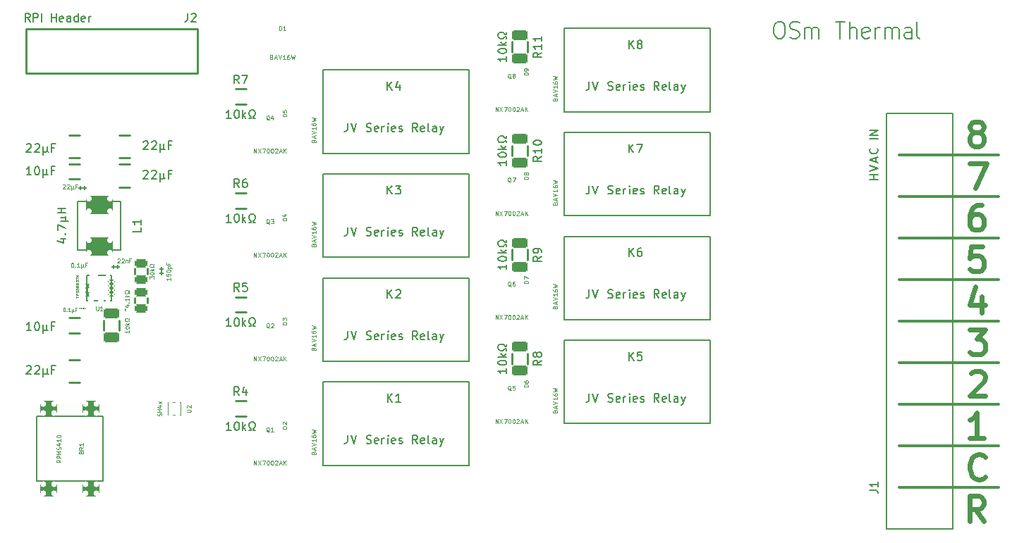
<source format=gbr>
G04 --- HEADER BEGIN --- *
G04 #@! TF.GenerationSoftware,LibrePCB,LibrePCB,1.0.0*
G04 #@! TF.CreationDate,2024-04-28T16:03:24*
G04 #@! TF.ProjectId,OSm Thermal,b11a65fa-6c4c-431c-8545-341aca355aaf,v1.5*
G04 #@! TF.Part,Single*
G04 #@! TF.SameCoordinates*
G04 #@! TF.FileFunction,Legend,Top*
G04 #@! TF.FilePolarity,Positive*
%FSLAX66Y66*%
%MOMM*%
G01*
G75*
G04 --- HEADER END --- *
G04 --- APERTURE LIST BEGIN --- *
%ADD10C,0.2*%
%ADD11C,0.25*%
%ADD12C,0.1*%
%ADD13C,0.3*%
%ADD14C,0.6*%
%ADD15C,0.08*%
%ADD16O,2.0X1.5*%
%AMROUNDEDRECT17*20,1,1.1,-0.225,0.0,0.225,0.0,0.0*20,1,0.45,-0.55,0.0,0.55,0.0,0.0*1,1,0.65,-0.225,0.225*1,1,0.65,0.225,0.225*1,1,0.65,0.225,-0.225*1,1,0.65,-0.225,-0.225*%
%ADD17ROUNDEDRECT17*%
%AMROUNDEDRECT18*20,1,2.2,-1.25,0.0,1.25,0.0,0.0*20,1,1.5,-1.6,0.0,1.6,0.0,0.0*1,1,0.7,-1.25,0.75*1,1,0.7,1.25,0.75*1,1,0.7,1.25,-0.75*1,1,0.7,-1.25,-0.75*%
%ADD18ROUNDEDRECT18*%
%AMROUNDEDRECT19*20,1,0.45,-0.2375,0.0,0.2375,0.0,0.0*20,1,0.125,-0.4,0.0,0.4,0.0,0.0*1,1,0.325,-0.2375,0.0625*1,1,0.325,0.2375,0.0625*1,1,0.325,0.2375,-0.0625*1,1,0.325,-0.2375,-0.0625*%
%ADD19ROUNDEDRECT19*%
%AMROUNDEDRECT20*20,1,0.45,-0.2375,0.0,0.2375,0.0,90.0*20,1,0.125,-0.4,0.0,0.4,0.0,90.0*1,1,0.325,-0.0625,-0.2375*1,1,0.325,-0.0625,0.2375*1,1,0.325,0.0625,0.2375*1,1,0.325,0.0625,-0.2375*%
%ADD20ROUNDEDRECT20*%
%AMROUNDEDRECT21*20,1,0.45,-0.2875,0.0,0.2875,0.0,0.0*20,1,0.125,-0.45,0.0,0.45,0.0,0.0*1,1,0.325,-0.2875,0.0625*1,1,0.325,0.2875,0.0625*1,1,0.325,0.2875,-0.0625*1,1,0.325,-0.2875,-0.0625*%
%ADD21ROUNDEDRECT21*%
%AMOUTLINE22*4,1,32,0.125881,-1.196593,0.175881,-1.183196,0.220711,-1.157314,0.257314,-1.120711,0.283196,-1.075881,0.296593,-1.025881,0.3,-1.0,0.3,1.0,0.296593,1.025881,0.283196,1.075881,0.257314,1.120711,0.220711,1.157314,0.175881,1.183196,0.125881,1.196593,0.1,1.2,-0.1,1.2,-0.125881,1.196593,-0.175881,1.183196,-0.220711,1.157314,-0.257314,1.120711,-0.283196,1.075881,-0.296593,1.025881,-0.3,1.0,-0.3,-1.0,-0.296593,-1.025881,-0.283196,-1.075881,-0.257314,-1.120711,-0.220711,-1.157314,-0.175881,-1.183196,-0.125881,-1.196593,-0.1,-1.2,0.1,-1.2,0.125881,-1.196593,180.0*%
%ADD22OUTLINE22*%
%AMROUNDEDRECT23*20,1,0.45,-0.8375,0.0,0.8375,0.0,90.0*20,1,0.125,-1.0,0.0,1.0,0.0,90.0*1,1,0.325,-0.0625,-0.8375*1,1,0.325,-0.0625,0.8375*1,1,0.325,0.0625,0.8375*1,1,0.325,0.0625,-0.8375*%
%ADD23ROUNDEDRECT23*%
%AMROUNDEDRECT24*20,1,0.6,-1.0,0.0,1.0,0.0,90.0*20,1,0.2,-1.2,0.0,1.2,0.0,90.0*1,1,0.4,-0.1,-1.0*1,1,0.4,-0.1,1.0*1,1,0.4,0.1,1.0*1,1,0.4,0.1,-1.0*%
%ADD24ROUNDEDRECT24*%
%AMROUNDEDRECT25*20,1,0.95,-0.625,0.0,0.625,0.0,0.0*20,1,0.75,-0.725,0.0,0.725,0.0,0.0*1,1,0.2,-0.625,0.375*1,1,0.2,0.625,0.375*1,1,0.2,0.625,-0.375*1,1,0.2,-0.625,-0.375*%
%ADD25ROUNDEDRECT25*%
%AMROUNDEDRECT26*20,1,1.25,-0.8,0.0,0.8,0.0,0.0*20,1,1.05,-0.9,0.0,0.9,0.0,0.0*1,1,0.2,-0.8,0.525*1,1,0.2,0.8,0.525*1,1,0.2,0.8,-0.525*1,1,0.2,-0.8,-0.525*%
%ADD26ROUNDEDRECT26*%
%AMROUNDEDRECT27*20,1,0.4,-0.1125,0.0,0.1125,0.0,0.0*20,1,0.2,-0.2125,0.0,0.2125,0.0,0.0*1,1,0.2,-0.1125,0.1*1,1,0.2,0.1125,0.1*1,1,0.2,0.1125,-0.1*1,1,0.2,-0.1125,-0.1*%
%ADD27ROUNDEDRECT27*%
%AMROUNDEDRECT28*20,1,1.25,-0.8,0.0,0.8,0.0,90.0*20,1,1.05,-0.9,0.0,0.9,0.0,90.0*1,1,0.2,-0.525,-0.8*1,1,0.2,-0.525,0.8*1,1,0.2,0.525,0.8*1,1,0.2,0.525,-0.8*%
%ADD28ROUNDEDRECT28*%
%AMROUNDEDRECT29*20,1,1.25,-1.25,0.0,1.25,0.0,90.0*20,1,1.05,-1.35,0.0,1.35,0.0,90.0*1,1,0.2,-0.525,-1.25*1,1,0.2,-0.525,1.25*1,1,0.2,0.525,1.25*1,1,0.2,0.525,-1.25*%
%ADD29ROUNDEDRECT29*%
%AMROUNDEDRECT30*20,1,0.9,-0.175,0.0,0.175,0.0,0.0*20,1,0.35,-0.45,0.0,0.45,0.0,0.0*1,1,0.55,-0.175,0.175*1,1,0.55,0.175,0.175*1,1,0.55,0.175,-0.175*1,1,0.55,-0.175,-0.175*%
%ADD30ROUNDEDRECT30*%
%AMROUNDEDRECT31*20,1,1.8,-0.652,0.0,0.652,0.0,0.0*20,1,1.104,-1.0,0.0,1.0,0.0,0.0*1,1,0.696,-0.652,0.552*1,1,0.696,0.652,0.552*1,1,0.696,0.652,-0.552*1,1,0.696,-0.652,-0.552*%
%ADD31ROUNDEDRECT31*%
%AMROUNDEDRECT32*20,1,0.5,-0.15,0.0,0.15,0.0,0.0*20,1,0.3,-0.25,0.0,0.25,0.0,0.0*1,1,0.2,-0.15,0.15*1,1,0.2,0.15,0.15*1,1,0.2,0.15,-0.15*1,1,0.2,-0.15,-0.15*%
%ADD32ROUNDEDRECT32*%
%AMROUNDEDRECT33*20,1,0.4,-0.1125,0.0,0.1125,0.0,90.0*20,1,0.2,-0.2125,0.0,0.2125,0.0,90.0*1,1,0.2,-0.1,-0.1125*1,1,0.2,-0.1,0.1125*1,1,0.2,0.1,0.1125*1,1,0.2,0.1,-0.1125*%
%ADD33ROUNDEDRECT33*%
%ADD34O,1.787X2.39*%
%AMROUNDEDRECT35*20,1,1.787,-1.095,0.0,1.095,0.0,90.0*20,1,1.587,-1.195,0.0,1.195,0.0,90.0*1,1,0.2,-0.7935,-1.095*1,1,0.2,-0.7935,1.095*1,1,0.2,0.7935,1.095*1,1,0.2,0.7935,-1.095*%
%ADD35ROUNDEDRECT35*%
%AMROUNDEDRECT36*20,1,0.5,-0.175,0.0,0.175,0.0,90.0*20,1,0.15,-0.35,0.0,0.35,0.0,90.0*1,1,0.35,-0.075,-0.175*1,1,0.35,-0.075,0.175*1,1,0.35,0.075,0.175*1,1,0.35,0.075,-0.175*%
%ADD36ROUNDEDRECT36*%
%ADD37O,2.2X3.0*%
%ADD38C,2.2*%
G04 --- APERTURE LIST END --- *
G04 --- BOARD BEGIN --- *
D10*
G04 #@! TO.C,K1*
X58350000Y-47300000D02*
X75850000Y-47300000D01*
X75850000Y-57300000D01*
X58350000Y-57300000D01*
X58350000Y-47300000D01*
G04 #@! TO.C,L1*
X34100000Y-25600000D02*
X34100000Y-31400000D01*
X28900000Y-31400000D01*
X28900000Y-25600000D01*
X34100000Y-25600000D01*
G04 #@! TO.C,U1*
X33000000Y-37500000D02*
X30000000Y-37500000D01*
X30000000Y-34500000D01*
X33000000Y-34500000D01*
X33000000Y-37500000D01*
D11*
G04 #@! TO.C,R2*
X35750000Y-33675000D02*
X35750000Y-34325000D01*
X37250000Y-33675000D02*
X37250000Y-34325000D01*
G04 #@! TO.C,R10*
X82925000Y-18875000D02*
X82925000Y-20125000D01*
X81075000Y-18875000D02*
X81075000Y-20125000D01*
G04 #@! TO.C,C4*
X27875000Y-39575000D02*
X29125000Y-39575000D01*
X27875000Y-41425000D02*
X29125000Y-41425000D01*
G04 #@! TO.C,C7*
X29125000Y-20375000D02*
X27875000Y-20375000D01*
X29125000Y-17625000D02*
X27875000Y-17625000D01*
G04 #@! TO.C,R3*
X35750000Y-37175000D02*
X35750000Y-37825000D01*
X37250000Y-37175000D02*
X37250000Y-37825000D01*
G04 #@! TO.C,R1*
X32075000Y-41125000D02*
X32075000Y-39875000D01*
X33925000Y-41125000D02*
X33925000Y-39875000D01*
G04 #@! TO.C,C3*
X27875000Y-44625000D02*
X29125000Y-44625000D01*
X27875000Y-47375000D02*
X29125000Y-47375000D01*
D10*
G04 #@! TO.C,BR1*
X31950000Y-51400000D02*
X31950000Y-59200000D01*
X23950000Y-59200000D01*
X23950000Y-51400000D01*
X31950000Y-51400000D01*
D11*
G04 #@! TO.C,R5*
X47875000Y-37075000D02*
X49125000Y-37075000D01*
X47875000Y-38925000D02*
X49125000Y-38925000D01*
D10*
G04 #@! TO.C,K2*
X58350000Y-34800000D02*
X75850000Y-34800000D01*
X75850000Y-44800000D01*
X58350000Y-44800000D01*
X58350000Y-34800000D01*
G04 #@! TO.C,K5*
X87350000Y-42300000D02*
X104850000Y-42300000D01*
X104850000Y-52300000D01*
X87350000Y-52300000D01*
X87350000Y-42300000D01*
G04 #@! TO.C,K4*
X58350000Y-9800000D02*
X75850000Y-9800000D01*
X75850000Y-19800000D01*
X58350000Y-19800000D01*
X58350000Y-9800000D01*
G04 #@! TO.C,K6*
X87350000Y-29800000D02*
X104850000Y-29800000D01*
X104850000Y-39800000D01*
X87350000Y-39800000D01*
X87350000Y-29800000D01*
G04 #@! TO.C,K3*
X58350000Y-22300000D02*
X75850000Y-22300000D01*
X75850000Y-32300000D01*
X58350000Y-32300000D01*
X58350000Y-22300000D01*
D11*
G04 #@! TO.C,J2*
X43285000Y-4835000D02*
X43285000Y-10165000D01*
X22715000Y-10165000D01*
X22715000Y-4835000D01*
X43285000Y-4835000D01*
G04 #@! TO.C,R4*
X47875000Y-49575000D02*
X49125000Y-49575000D01*
X47875000Y-51425000D02*
X49125000Y-51425000D01*
G04 #@! TO.C,R7*
X47875000Y-12075000D02*
X49125000Y-12075000D01*
X47875000Y-13925000D02*
X49125000Y-13925000D01*
G04 #@! TO.C,C6*
X29125000Y-22925000D02*
X27875000Y-22925000D01*
X29125000Y-21075000D02*
X27875000Y-21075000D01*
G04 #@! TO.C,R11*
X82925000Y-6375000D02*
X82925000Y-7625000D01*
X81075000Y-6375000D02*
X81075000Y-7625000D01*
G04 #@! TO.C,R8*
X82925000Y-43875000D02*
X82925000Y-45125000D01*
X81075000Y-43875000D02*
X81075000Y-45125000D01*
D12*
G04 #@! TO.C,U2*
X41250000Y-49750000D02*
X41250000Y-51250000D01*
X39750000Y-51250000D01*
X39750000Y-49750000D01*
X41250000Y-49750000D01*
D10*
G04 #@! TO.C,J1*
X126000000Y-65000000D02*
X126000000Y-15000000D01*
X134000000Y-15000000D01*
X134000000Y-65000000D01*
X126000000Y-65000000D01*
D11*
G04 #@! TO.C,R6*
X47875000Y-24575000D02*
X49125000Y-24575000D01*
X47875000Y-26425000D02*
X49125000Y-26425000D01*
G04 #@! TO.C,R9*
X82925000Y-31375000D02*
X82925000Y-32625000D01*
X81075000Y-31375000D02*
X81075000Y-32625000D01*
G04 #@! TO.C,C9*
X33875000Y-21125000D02*
X35125000Y-21125000D01*
X33875000Y-23875000D02*
X35125000Y-23875000D01*
G04 #@! TO.C,C8*
X33875000Y-17625000D02*
X35125000Y-17625000D01*
X33875000Y-20375000D02*
X35125000Y-20375000D01*
D10*
G04 #@! TO.C,K7*
X87350000Y-17300000D02*
X104850000Y-17300000D01*
X104850000Y-27300000D01*
X87350000Y-27300000D01*
X87350000Y-17300000D01*
G04 #@! TO.C,K8*
X87350000Y-4800000D02*
X104850000Y-4800000D01*
X104850000Y-14800000D01*
X87350000Y-14800000D01*
X87350000Y-4800000D01*
G04 #@! TD*
X112975556Y-4000000D02*
X113357778Y-4000000D01*
X113546667Y-4095556D01*
X113737778Y-4286667D01*
X113833333Y-4666667D01*
X113833333Y-5333333D01*
X113737778Y-5713333D01*
X113546667Y-5904444D01*
X113357778Y-6000000D01*
X112975556Y-6000000D01*
X112786667Y-5904444D01*
X112595556Y-5713333D01*
X112500000Y-5333333D01*
X112500000Y-4666667D01*
X112595556Y-4286667D01*
X112786667Y-4095556D01*
X112975556Y-4000000D01*
X114433333Y-5904444D02*
X114720000Y-6000000D01*
X115195555Y-6000000D01*
X115386666Y-5904444D01*
X115480000Y-5808889D01*
X115575555Y-5620000D01*
X115575555Y-5428889D01*
X115480000Y-5237778D01*
X115386666Y-5142222D01*
X115195555Y-5046667D01*
X114813333Y-4953333D01*
X114624444Y-4857778D01*
X114528889Y-4762222D01*
X114433333Y-4571111D01*
X114433333Y-4380000D01*
X114528889Y-4191111D01*
X114624444Y-4095556D01*
X114813333Y-4000000D01*
X115291111Y-4000000D01*
X115575555Y-4095556D01*
X116175555Y-6000000D02*
X116175555Y-4666667D01*
X116175555Y-4857778D02*
X116271111Y-4762222D01*
X116462222Y-4666667D01*
X116746666Y-4666667D01*
X116937777Y-4762222D01*
X117033333Y-4953333D01*
X117033333Y-6000000D01*
X117033333Y-4953333D02*
X117128888Y-4762222D01*
X117317777Y-4666667D01*
X117604444Y-4666667D01*
X117795555Y-4762222D01*
X117888888Y-4953333D01*
X117888888Y-6000000D01*
X119888887Y-4000000D02*
X121031109Y-4000000D01*
X120459998Y-6000000D02*
X120459998Y-4000000D01*
X121631109Y-6000000D02*
X121631109Y-4000000D01*
X122488887Y-6000000D02*
X122488887Y-4953333D01*
X122393331Y-4762222D01*
X122202220Y-4666667D01*
X121917776Y-4666667D01*
X121726665Y-4762222D01*
X121631109Y-4857778D01*
X123946665Y-5904444D02*
X123755554Y-6000000D01*
X123375554Y-6000000D01*
X123184443Y-5904444D01*
X123088887Y-5713333D01*
X123088887Y-4953333D01*
X123184443Y-4762222D01*
X123375554Y-4666667D01*
X123755554Y-4666667D01*
X123946665Y-4762222D01*
X124042220Y-4953333D01*
X124042220Y-5142222D01*
X123088887Y-5333333D01*
X124642220Y-6000000D02*
X124642220Y-4666667D01*
X124642220Y-5046667D02*
X124737776Y-4857778D01*
X124833331Y-4762222D01*
X125022220Y-4666667D01*
X125213331Y-4666667D01*
X125813331Y-6000000D02*
X125813331Y-4666667D01*
X125813331Y-4857778D02*
X125908887Y-4762222D01*
X126099998Y-4666667D01*
X126384442Y-4666667D01*
X126575553Y-4762222D01*
X126671109Y-4953333D01*
X126671109Y-6000000D01*
X126671109Y-4953333D02*
X126766664Y-4762222D01*
X126955553Y-4666667D01*
X127242220Y-4666667D01*
X127433331Y-4762222D01*
X127526664Y-4953333D01*
X127526664Y-6000000D01*
X129079997Y-6000000D02*
X129079997Y-4953333D01*
X128984442Y-4762222D01*
X128793331Y-4666667D01*
X128413331Y-4666667D01*
X128222220Y-4762222D01*
X129079997Y-5904444D02*
X128888886Y-6000000D01*
X128413331Y-6000000D01*
X128222220Y-5904444D01*
X128126664Y-5713333D01*
X128126664Y-5524444D01*
X128222220Y-5333333D01*
X128413331Y-5237778D01*
X128888886Y-5237778D01*
X129079997Y-5142222D01*
X129966664Y-6000000D02*
X129775553Y-5904444D01*
X129679997Y-5713333D01*
X129679997Y-4000000D01*
G04 #@! TO.C,K1*
X66128889Y-49700000D02*
X66128889Y-48700000D01*
X66700000Y-49700000D02*
X66272222Y-49128889D01*
X66700000Y-48700000D02*
X66128889Y-49271111D01*
X67671111Y-49700000D02*
X67100000Y-49700000D01*
X67385556Y-49700000D02*
X67385556Y-48700000D01*
X67290000Y-48843333D01*
X67195556Y-48937778D01*
X67100000Y-48985556D01*
D12*
G04 #@! TO.C,D6*
X83000000Y-47885556D02*
X82500000Y-47885556D01*
X82500000Y-47766667D01*
X82523889Y-47695000D01*
X82571667Y-47647223D01*
X82618889Y-47623889D01*
X82714444Y-47600000D01*
X82785556Y-47600000D01*
X82881111Y-47623889D01*
X82928333Y-47647223D01*
X82976111Y-47695000D01*
X83000000Y-47766667D01*
X83000000Y-47885556D01*
X82500000Y-47161667D02*
X82500000Y-47257222D01*
X82523889Y-47305000D01*
X82547778Y-47328333D01*
X82618889Y-47376111D01*
X82714444Y-47400000D01*
X82905000Y-47400000D01*
X82952222Y-47376111D01*
X82976111Y-47352222D01*
X83000000Y-47305000D01*
X83000000Y-47209444D01*
X82976111Y-47161667D01*
X82952222Y-47138333D01*
X82905000Y-47114444D01*
X82785556Y-47114444D01*
X82738333Y-47138333D01*
X82714444Y-47161667D01*
X82690556Y-47209444D01*
X82690556Y-47305000D01*
X82714444Y-47352222D01*
X82738333Y-47376111D01*
X82785556Y-47400000D01*
D10*
G04 #@! TO.C,L1*
X36500000Y-28747222D02*
X36500000Y-29223889D01*
X35500000Y-29223889D01*
X36500000Y-27776111D02*
X36500000Y-28347222D01*
X36500000Y-28061666D02*
X35500000Y-28061666D01*
X35643333Y-28157222D01*
X35737778Y-28251666D01*
X35785556Y-28347222D01*
D12*
G04 #@! TO.C,D7*
X83000000Y-35409444D02*
X82500000Y-35409444D01*
X82500000Y-35290555D01*
X82523889Y-35218888D01*
X82571667Y-35171111D01*
X82618889Y-35147777D01*
X82714444Y-35123888D01*
X82785556Y-35123888D01*
X82881111Y-35147777D01*
X82928333Y-35171111D01*
X82976111Y-35218888D01*
X83000000Y-35290555D01*
X83000000Y-35409444D01*
X82500000Y-34923888D02*
X82500000Y-34590555D01*
X83000000Y-34804999D01*
G04 #@! TO.C,D9*
X83000000Y-10385556D02*
X82500000Y-10385556D01*
X82500000Y-10266667D01*
X82523889Y-10195000D01*
X82571667Y-10147223D01*
X82618889Y-10123889D01*
X82714444Y-10100000D01*
X82785556Y-10100000D01*
X82881111Y-10123889D01*
X82928333Y-10147223D01*
X82976111Y-10195000D01*
X83000000Y-10266667D01*
X83000000Y-10385556D01*
X83000000Y-9852222D02*
X83000000Y-9757222D01*
X82976111Y-9709444D01*
X82952222Y-9685556D01*
X82881111Y-9638333D01*
X82785556Y-9614444D01*
X82595000Y-9614444D01*
X82547778Y-9638333D01*
X82523889Y-9661667D01*
X82500000Y-9709444D01*
X82500000Y-9805000D01*
X82523889Y-9852222D01*
X82547778Y-9876111D01*
X82595000Y-9900000D01*
X82714444Y-9900000D01*
X82761667Y-9876111D01*
X82785556Y-9852222D01*
X82809444Y-9805000D01*
X82809444Y-9709444D01*
X82785556Y-9661667D01*
X82761667Y-9638333D01*
X82714444Y-9614444D01*
G04 #@! TO.C,U1*
X31114444Y-38200000D02*
X31114444Y-38605000D01*
X31138333Y-38652222D01*
X31162222Y-38676111D01*
X31209444Y-38700000D01*
X31305000Y-38700000D01*
X31352777Y-38676111D01*
X31376111Y-38652222D01*
X31400000Y-38605000D01*
X31400000Y-38200000D01*
X31885556Y-38700000D02*
X31600000Y-38700000D01*
X31742778Y-38700000D02*
X31742778Y-38200000D01*
X31695000Y-38271667D01*
X31647778Y-38318889D01*
X31600000Y-38342778D01*
D10*
G04 #@! TO.C,R10*
X84600000Y-20185555D02*
X84123333Y-20518888D01*
X84600000Y-20756666D02*
X83600000Y-20756666D01*
X83600000Y-20375555D01*
X83647778Y-20279999D01*
X83695556Y-20233333D01*
X83790000Y-20185555D01*
X83933333Y-20185555D01*
X84028889Y-20233333D01*
X84076667Y-20279999D01*
X84123333Y-20375555D01*
X84123333Y-20756666D01*
X84600000Y-19214444D02*
X84600000Y-19785555D01*
X84600000Y-19499999D02*
X83600000Y-19499999D01*
X83743333Y-19595555D01*
X83837778Y-19689999D01*
X83885556Y-19785555D01*
X83600000Y-18576666D02*
X83600000Y-18481111D01*
X83647778Y-18385555D01*
X83695556Y-18337777D01*
X83790000Y-18291111D01*
X83981111Y-18243333D01*
X84218889Y-18243333D01*
X84410000Y-18291111D01*
X84504444Y-18337777D01*
X84552222Y-18385555D01*
X84600000Y-18481111D01*
X84600000Y-18576666D01*
X84552222Y-18671111D01*
X84504444Y-18718888D01*
X84410000Y-18766666D01*
X84218889Y-18814444D01*
X83981111Y-18814444D01*
X83790000Y-18766666D01*
X83695556Y-18718888D01*
X83647778Y-18671111D01*
X83600000Y-18576666D01*
D12*
G04 #@! TO.C,Q2*
X51923889Y-40797778D02*
X51876111Y-40773889D01*
X51828334Y-40726111D01*
X51757223Y-40655000D01*
X51709445Y-40631111D01*
X51661667Y-40631111D01*
X51685556Y-40750000D02*
X51638334Y-40726111D01*
X51590556Y-40678333D01*
X51566667Y-40583333D01*
X51566667Y-40416667D01*
X51590556Y-40321667D01*
X51638334Y-40273889D01*
X51685556Y-40250000D01*
X51781111Y-40250000D01*
X51828334Y-40273889D01*
X51876111Y-40321667D01*
X51900000Y-40416667D01*
X51900000Y-40583333D01*
X51876111Y-40678333D01*
X51828334Y-40726111D01*
X51781111Y-40750000D01*
X51685556Y-40750000D01*
X52147778Y-40297778D02*
X52171667Y-40273889D01*
X52218889Y-40250000D01*
X52338333Y-40250000D01*
X52385556Y-40273889D01*
X52409445Y-40297778D01*
X52433333Y-40345000D01*
X52433333Y-40392778D01*
X52409445Y-40464444D01*
X52123889Y-40750000D01*
X52433333Y-40750000D01*
G04 #@! TO.C,BR1*
X29338333Y-55761667D02*
X29361667Y-55690001D01*
X29385556Y-55666667D01*
X29433333Y-55642778D01*
X29505000Y-55642778D01*
X29552222Y-55666667D01*
X29576111Y-55690001D01*
X29600000Y-55737778D01*
X29600000Y-55928334D01*
X29100000Y-55928334D01*
X29100000Y-55761667D01*
X29123889Y-55713890D01*
X29147778Y-55690001D01*
X29195000Y-55666667D01*
X29242778Y-55666667D01*
X29290556Y-55690001D01*
X29314444Y-55713890D01*
X29338333Y-55761667D01*
X29338333Y-55928334D01*
X29600000Y-55157222D02*
X29361667Y-55323889D01*
X29600000Y-55442778D02*
X29100000Y-55442778D01*
X29100000Y-55252222D01*
X29123889Y-55204445D01*
X29147778Y-55181111D01*
X29195000Y-55157222D01*
X29266667Y-55157222D01*
X29314444Y-55181111D01*
X29338333Y-55204445D01*
X29361667Y-55252222D01*
X29361667Y-55442778D01*
X29600000Y-54671666D02*
X29600000Y-54957222D01*
X29600000Y-54814444D02*
X29100000Y-54814444D01*
X29171667Y-54862222D01*
X29218889Y-54909444D01*
X29242778Y-54957222D01*
D10*
G04 #@! TO.C,R5*
X48300000Y-36400000D02*
X47966667Y-35923333D01*
X47728889Y-36400000D02*
X47728889Y-35400000D01*
X48110000Y-35400000D01*
X48205556Y-35447778D01*
X48252222Y-35495556D01*
X48300000Y-35590000D01*
X48300000Y-35733333D01*
X48252222Y-35828889D01*
X48205556Y-35876667D01*
X48110000Y-35923333D01*
X47728889Y-35923333D01*
X49223333Y-35400000D02*
X48747778Y-35400000D01*
X48700000Y-35876667D01*
X48747778Y-35828889D01*
X48843333Y-35781111D01*
X49081111Y-35781111D01*
X49176667Y-35828889D01*
X49223333Y-35876667D01*
X49271111Y-35971111D01*
X49271111Y-36210000D01*
X49223333Y-36304444D01*
X49176667Y-36352222D01*
X49081111Y-36400000D01*
X48843333Y-36400000D01*
X48747778Y-36352222D01*
X48700000Y-36304444D01*
G04 #@! TO.C,K2*
X66105000Y-37200000D02*
X66105000Y-36200000D01*
X66676111Y-37200000D02*
X66248333Y-36628889D01*
X66676111Y-36200000D02*
X66105000Y-36771111D01*
X67123889Y-36295556D02*
X67171667Y-36247778D01*
X67266111Y-36200000D01*
X67505000Y-36200000D01*
X67599444Y-36247778D01*
X67647222Y-36295556D01*
X67695000Y-36390000D01*
X67695000Y-36485556D01*
X67647222Y-36628889D01*
X67076111Y-37200000D01*
X67695000Y-37200000D01*
G04 #@! TO.C,K5*
X95128889Y-44700000D02*
X95128889Y-43700000D01*
X95700000Y-44700000D02*
X95272222Y-44128889D01*
X95700000Y-43700000D02*
X95128889Y-44271111D01*
X96623333Y-43700000D02*
X96147778Y-43700000D01*
X96100000Y-44176667D01*
X96147778Y-44128889D01*
X96243333Y-44081111D01*
X96481111Y-44081111D01*
X96576667Y-44128889D01*
X96623333Y-44176667D01*
X96671111Y-44271111D01*
X96671111Y-44510000D01*
X96623333Y-44604444D01*
X96576667Y-44652222D01*
X96481111Y-44700000D01*
X96243333Y-44700000D01*
X96147778Y-44652222D01*
X96100000Y-44604444D01*
G04 #@! TO.C,K4*
X66105000Y-12200000D02*
X66105000Y-11200000D01*
X66676111Y-12200000D02*
X66248333Y-11628889D01*
X66676111Y-11200000D02*
X66105000Y-11771111D01*
X67552778Y-11533333D02*
X67552778Y-12200000D01*
X67313889Y-11152222D02*
X67076111Y-11866667D01*
X67695000Y-11866667D01*
D12*
G04 #@! TO.C,Q5*
X80935833Y-48297778D02*
X80888055Y-48273889D01*
X80840278Y-48226111D01*
X80769167Y-48155000D01*
X80721389Y-48131111D01*
X80673611Y-48131111D01*
X80697500Y-48250000D02*
X80650278Y-48226111D01*
X80602500Y-48178333D01*
X80578611Y-48083333D01*
X80578611Y-47916667D01*
X80602500Y-47821667D01*
X80650278Y-47773889D01*
X80697500Y-47750000D01*
X80793055Y-47750000D01*
X80840278Y-47773889D01*
X80888055Y-47821667D01*
X80911944Y-47916667D01*
X80911944Y-48083333D01*
X80888055Y-48178333D01*
X80840278Y-48226111D01*
X80793055Y-48250000D01*
X80697500Y-48250000D01*
X81397500Y-47750000D02*
X81159722Y-47750000D01*
X81135833Y-47988333D01*
X81159722Y-47964444D01*
X81207500Y-47940556D01*
X81326389Y-47940556D01*
X81374166Y-47964444D01*
X81397500Y-47988333D01*
X81421389Y-48035556D01*
X81421389Y-48155000D01*
X81397500Y-48202222D01*
X81374166Y-48226111D01*
X81326389Y-48250000D01*
X81207500Y-48250000D01*
X81159722Y-48226111D01*
X81135833Y-48202222D01*
G04 #@! TO.C,D3*
X54000000Y-40397500D02*
X53500000Y-40397500D01*
X53500000Y-40278611D01*
X53523889Y-40206944D01*
X53571667Y-40159167D01*
X53618889Y-40135833D01*
X53714444Y-40111944D01*
X53785556Y-40111944D01*
X53881111Y-40135833D01*
X53928333Y-40159167D01*
X53976111Y-40206944D01*
X54000000Y-40278611D01*
X54000000Y-40397500D01*
X53500000Y-39911944D02*
X53500000Y-39602500D01*
X53690556Y-39769166D01*
X53690556Y-39697500D01*
X53714444Y-39650277D01*
X53738333Y-39626388D01*
X53785556Y-39602500D01*
X53905000Y-39602500D01*
X53952222Y-39626388D01*
X53976111Y-39650277D01*
X54000000Y-39697500D01*
X54000000Y-39840277D01*
X53976111Y-39888055D01*
X53952222Y-39911944D01*
D10*
G04 #@! TO.C,K6*
X95128889Y-32200000D02*
X95128889Y-31200000D01*
X95700000Y-32200000D02*
X95272222Y-31628889D01*
X95700000Y-31200000D02*
X95128889Y-31771111D01*
X96576667Y-31200000D02*
X96385556Y-31200000D01*
X96290000Y-31247778D01*
X96243333Y-31295556D01*
X96147778Y-31437778D01*
X96100000Y-31628889D01*
X96100000Y-32010000D01*
X96147778Y-32104444D01*
X96195556Y-32152222D01*
X96290000Y-32200000D01*
X96481111Y-32200000D01*
X96576667Y-32152222D01*
X96623333Y-32104444D01*
X96671111Y-32010000D01*
X96671111Y-31771111D01*
X96623333Y-31676667D01*
X96576667Y-31628889D01*
X96481111Y-31581111D01*
X96290000Y-31581111D01*
X96195556Y-31628889D01*
X96147778Y-31676667D01*
X96100000Y-31771111D01*
G04 #@! TO.C,K3*
X66105000Y-24700000D02*
X66105000Y-23700000D01*
X66676111Y-24700000D02*
X66248333Y-24128889D01*
X66676111Y-23700000D02*
X66105000Y-24271111D01*
X67076111Y-23700000D02*
X67695000Y-23700000D01*
X67361667Y-24081111D01*
X67505000Y-24081111D01*
X67599444Y-24128889D01*
X67647222Y-24176667D01*
X67695000Y-24271111D01*
X67695000Y-24510000D01*
X67647222Y-24604444D01*
X67599444Y-24652222D01*
X67505000Y-24700000D01*
X67219444Y-24700000D01*
X67123889Y-24652222D01*
X67076111Y-24604444D01*
D12*
G04 #@! TO.C,D2*
X54000000Y-52897500D02*
X53500000Y-52897500D01*
X53500000Y-52778611D01*
X53523889Y-52706944D01*
X53571667Y-52659167D01*
X53618889Y-52635833D01*
X53714444Y-52611944D01*
X53785556Y-52611944D01*
X53881111Y-52635833D01*
X53928333Y-52659167D01*
X53976111Y-52706944D01*
X54000000Y-52778611D01*
X54000000Y-52897500D01*
X53547778Y-52388055D02*
X53523889Y-52364166D01*
X53500000Y-52316944D01*
X53500000Y-52197500D01*
X53523889Y-52150277D01*
X53547778Y-52126388D01*
X53595000Y-52102500D01*
X53642778Y-52102500D01*
X53714444Y-52126388D01*
X54000000Y-52411944D01*
X54000000Y-52102500D01*
D10*
G04 #@! TO.C,J2*
X42111111Y-3000000D02*
X42111111Y-3714444D01*
X42063333Y-3856667D01*
X41967778Y-3952222D01*
X41825556Y-4000000D01*
X41730000Y-4000000D01*
X42558889Y-3095556D02*
X42606667Y-3047778D01*
X42701111Y-3000000D01*
X42940000Y-3000000D01*
X43034444Y-3047778D01*
X43082222Y-3095556D01*
X43130000Y-3190000D01*
X43130000Y-3285556D01*
X43082222Y-3428889D01*
X42511111Y-4000000D01*
X43130000Y-4000000D01*
D12*
G04 #@! TO.C,Q4*
X51923889Y-15797778D02*
X51876111Y-15773889D01*
X51828334Y-15726111D01*
X51757223Y-15655000D01*
X51709445Y-15631111D01*
X51661667Y-15631111D01*
X51685556Y-15750000D02*
X51638334Y-15726111D01*
X51590556Y-15678333D01*
X51566667Y-15583333D01*
X51566667Y-15416667D01*
X51590556Y-15321667D01*
X51638334Y-15273889D01*
X51685556Y-15250000D01*
X51781111Y-15250000D01*
X51828334Y-15273889D01*
X51876111Y-15321667D01*
X51900000Y-15416667D01*
X51900000Y-15583333D01*
X51876111Y-15678333D01*
X51828334Y-15726111D01*
X51781111Y-15750000D01*
X51685556Y-15750000D01*
X52362222Y-15416667D02*
X52362222Y-15750000D01*
X52242778Y-15226111D02*
X52123889Y-15583333D01*
X52433333Y-15583333D01*
G04 #@! TO.C,D8*
X83000000Y-22885556D02*
X82500000Y-22885556D01*
X82500000Y-22766667D01*
X82523889Y-22695000D01*
X82571667Y-22647223D01*
X82618889Y-22623889D01*
X82714444Y-22600000D01*
X82785556Y-22600000D01*
X82881111Y-22623889D01*
X82928333Y-22647223D01*
X82976111Y-22695000D01*
X83000000Y-22766667D01*
X83000000Y-22885556D01*
X82714444Y-22305000D02*
X82690556Y-22352222D01*
X82666667Y-22376111D01*
X82618889Y-22400000D01*
X82595000Y-22400000D01*
X82547778Y-22376111D01*
X82523889Y-22352222D01*
X82500000Y-22305000D01*
X82500000Y-22209444D01*
X82523889Y-22161667D01*
X82547778Y-22138333D01*
X82595000Y-22114444D01*
X82618889Y-22114444D01*
X82666667Y-22138333D01*
X82690556Y-22161667D01*
X82714444Y-22209444D01*
X82714444Y-22305000D01*
X82738333Y-22352222D01*
X82761667Y-22376111D01*
X82809444Y-22400000D01*
X82905000Y-22400000D01*
X82952222Y-22376111D01*
X82976111Y-22352222D01*
X83000000Y-22305000D01*
X83000000Y-22209444D01*
X82976111Y-22161667D01*
X82952222Y-22138333D01*
X82905000Y-22114444D01*
X82809444Y-22114444D01*
X82761667Y-22138333D01*
X82738333Y-22161667D01*
X82714444Y-22209444D01*
D10*
G04 #@! TO.C,R4*
X48276111Y-48900000D02*
X47942778Y-48423333D01*
X47705000Y-48900000D02*
X47705000Y-47900000D01*
X48086111Y-47900000D01*
X48181667Y-47947778D01*
X48228333Y-47995556D01*
X48276111Y-48090000D01*
X48276111Y-48233333D01*
X48228333Y-48328889D01*
X48181667Y-48376667D01*
X48086111Y-48423333D01*
X47705000Y-48423333D01*
X49152778Y-48233333D02*
X49152778Y-48900000D01*
X48913889Y-47852222D02*
X48676111Y-48566667D01*
X49295000Y-48566667D01*
D12*
G04 #@! TO.C,Q8*
X80935833Y-10797778D02*
X80888055Y-10773889D01*
X80840278Y-10726111D01*
X80769167Y-10655000D01*
X80721389Y-10631111D01*
X80673611Y-10631111D01*
X80697500Y-10750000D02*
X80650278Y-10726111D01*
X80602500Y-10678333D01*
X80578611Y-10583333D01*
X80578611Y-10416667D01*
X80602500Y-10321667D01*
X80650278Y-10273889D01*
X80697500Y-10250000D01*
X80793055Y-10250000D01*
X80840278Y-10273889D01*
X80888055Y-10321667D01*
X80911944Y-10416667D01*
X80911944Y-10583333D01*
X80888055Y-10678333D01*
X80840278Y-10726111D01*
X80793055Y-10750000D01*
X80697500Y-10750000D01*
X81230833Y-10464444D02*
X81183611Y-10440556D01*
X81159722Y-10416667D01*
X81135833Y-10368889D01*
X81135833Y-10345000D01*
X81159722Y-10297778D01*
X81183611Y-10273889D01*
X81230833Y-10250000D01*
X81326389Y-10250000D01*
X81374166Y-10273889D01*
X81397500Y-10297778D01*
X81421389Y-10345000D01*
X81421389Y-10368889D01*
X81397500Y-10416667D01*
X81374166Y-10440556D01*
X81326389Y-10464444D01*
X81230833Y-10464444D01*
X81183611Y-10488333D01*
X81159722Y-10511667D01*
X81135833Y-10559444D01*
X81135833Y-10655000D01*
X81159722Y-10702222D01*
X81183611Y-10726111D01*
X81230833Y-10750000D01*
X81326389Y-10750000D01*
X81374166Y-10726111D01*
X81397500Y-10702222D01*
X81421389Y-10655000D01*
X81421389Y-10559444D01*
X81397500Y-10511667D01*
X81374166Y-10488333D01*
X81326389Y-10464444D01*
D10*
G04 #@! TO.C,R7*
X48252222Y-11400000D02*
X47918889Y-10923333D01*
X47681111Y-11400000D02*
X47681111Y-10400000D01*
X48062222Y-10400000D01*
X48157778Y-10447778D01*
X48204444Y-10495556D01*
X48252222Y-10590000D01*
X48252222Y-10733333D01*
X48204444Y-10828889D01*
X48157778Y-10876667D01*
X48062222Y-10923333D01*
X47681111Y-10923333D01*
X48652222Y-10400000D02*
X49318889Y-10400000D01*
X48890000Y-11400000D01*
D12*
G04 #@! TO.C,Q3*
X51923889Y-28297778D02*
X51876111Y-28273889D01*
X51828334Y-28226111D01*
X51757223Y-28155000D01*
X51709445Y-28131111D01*
X51661667Y-28131111D01*
X51685556Y-28250000D02*
X51638334Y-28226111D01*
X51590556Y-28178333D01*
X51566667Y-28083333D01*
X51566667Y-27916667D01*
X51590556Y-27821667D01*
X51638334Y-27773889D01*
X51685556Y-27750000D01*
X51781111Y-27750000D01*
X51828334Y-27773889D01*
X51876111Y-27821667D01*
X51900000Y-27916667D01*
X51900000Y-28083333D01*
X51876111Y-28178333D01*
X51828334Y-28226111D01*
X51781111Y-28250000D01*
X51685556Y-28250000D01*
X52123889Y-27750000D02*
X52433333Y-27750000D01*
X52266667Y-27940556D01*
X52338333Y-27940556D01*
X52385556Y-27964444D01*
X52409445Y-27988333D01*
X52433333Y-28035556D01*
X52433333Y-28155000D01*
X52409445Y-28202222D01*
X52385556Y-28226111D01*
X52338333Y-28250000D01*
X52195556Y-28250000D01*
X52147778Y-28226111D01*
X52123889Y-28202222D01*
D10*
G04 #@! TO.C,R11*
X84600000Y-7685555D02*
X84123333Y-8018888D01*
X84600000Y-8256666D02*
X83600000Y-8256666D01*
X83600000Y-7875555D01*
X83647778Y-7779999D01*
X83695556Y-7733333D01*
X83790000Y-7685555D01*
X83933333Y-7685555D01*
X84028889Y-7733333D01*
X84076667Y-7779999D01*
X84123333Y-7875555D01*
X84123333Y-8256666D01*
X84600000Y-6714444D02*
X84600000Y-7285555D01*
X84600000Y-6999999D02*
X83600000Y-6999999D01*
X83743333Y-7095555D01*
X83837778Y-7189999D01*
X83885556Y-7285555D01*
X84600000Y-5743333D02*
X84600000Y-6314444D01*
X84600000Y-6028888D02*
X83600000Y-6028888D01*
X83743333Y-6124444D01*
X83837778Y-6218888D01*
X83885556Y-6314444D01*
G04 #@! TO.C,R8*
X84600000Y-44700000D02*
X84123333Y-45033333D01*
X84600000Y-45271111D02*
X83600000Y-45271111D01*
X83600000Y-44890000D01*
X83647778Y-44794444D01*
X83695556Y-44747778D01*
X83790000Y-44700000D01*
X83933333Y-44700000D01*
X84028889Y-44747778D01*
X84076667Y-44794444D01*
X84123333Y-44890000D01*
X84123333Y-45271111D01*
X84028889Y-44110000D02*
X83981111Y-44204444D01*
X83933333Y-44252222D01*
X83837778Y-44300000D01*
X83790000Y-44300000D01*
X83695556Y-44252222D01*
X83647778Y-44204444D01*
X83600000Y-44110000D01*
X83600000Y-43918889D01*
X83647778Y-43823333D01*
X83695556Y-43776667D01*
X83790000Y-43728889D01*
X83837778Y-43728889D01*
X83933333Y-43776667D01*
X83981111Y-43823333D01*
X84028889Y-43918889D01*
X84028889Y-44110000D01*
X84076667Y-44204444D01*
X84123333Y-44252222D01*
X84218889Y-44300000D01*
X84410000Y-44300000D01*
X84504444Y-44252222D01*
X84552222Y-44204444D01*
X84600000Y-44110000D01*
X84600000Y-43918889D01*
X84552222Y-43823333D01*
X84504444Y-43776667D01*
X84410000Y-43728889D01*
X84218889Y-43728889D01*
X84123333Y-43776667D01*
X84076667Y-43823333D01*
X84028889Y-43918889D01*
D12*
G04 #@! TO.C,D4*
X54000000Y-27897500D02*
X53500000Y-27897500D01*
X53500000Y-27778611D01*
X53523889Y-27706944D01*
X53571667Y-27659167D01*
X53618889Y-27635833D01*
X53714444Y-27611944D01*
X53785556Y-27611944D01*
X53881111Y-27635833D01*
X53928333Y-27659167D01*
X53976111Y-27706944D01*
X54000000Y-27778611D01*
X54000000Y-27897500D01*
X53666667Y-27173611D02*
X54000000Y-27173611D01*
X53476111Y-27293055D02*
X53833333Y-27411944D01*
X53833333Y-27102500D01*
G04 #@! TO.C,Q1*
X51935833Y-53297778D02*
X51888055Y-53273889D01*
X51840278Y-53226111D01*
X51769167Y-53155000D01*
X51721389Y-53131111D01*
X51673611Y-53131111D01*
X51697500Y-53250000D02*
X51650278Y-53226111D01*
X51602500Y-53178333D01*
X51578611Y-53083333D01*
X51578611Y-52916667D01*
X51602500Y-52821667D01*
X51650278Y-52773889D01*
X51697500Y-52750000D01*
X51793055Y-52750000D01*
X51840278Y-52773889D01*
X51888055Y-52821667D01*
X51911944Y-52916667D01*
X51911944Y-53083333D01*
X51888055Y-53178333D01*
X51840278Y-53226111D01*
X51793055Y-53250000D01*
X51697500Y-53250000D01*
X52421389Y-53250000D02*
X52135833Y-53250000D01*
X52278611Y-53250000D02*
X52278611Y-52750000D01*
X52230833Y-52821667D01*
X52183611Y-52868889D01*
X52135833Y-52892778D01*
G04 #@! TO.C,U2*
X42000000Y-50897500D02*
X42405000Y-50897500D01*
X42452222Y-50873611D01*
X42476111Y-50849722D01*
X42500000Y-50802500D01*
X42500000Y-50706944D01*
X42476111Y-50659167D01*
X42452222Y-50635833D01*
X42405000Y-50611944D01*
X42000000Y-50611944D01*
X42047778Y-50388055D02*
X42023889Y-50364166D01*
X42000000Y-50316944D01*
X42000000Y-50197500D01*
X42023889Y-50150277D01*
X42047778Y-50126388D01*
X42095000Y-50102500D01*
X42142778Y-50102500D01*
X42214444Y-50126388D01*
X42500000Y-50411944D01*
X42500000Y-50102500D01*
G04 #@! TO.C,Q7*
X80911945Y-23297778D02*
X80864167Y-23273889D01*
X80816390Y-23226111D01*
X80745279Y-23155000D01*
X80697501Y-23131111D01*
X80649723Y-23131111D01*
X80673612Y-23250000D02*
X80626390Y-23226111D01*
X80578612Y-23178333D01*
X80554723Y-23083333D01*
X80554723Y-22916667D01*
X80578612Y-22821667D01*
X80626390Y-22773889D01*
X80673612Y-22750000D01*
X80769167Y-22750000D01*
X80816390Y-22773889D01*
X80864167Y-22821667D01*
X80888056Y-22916667D01*
X80888056Y-23083333D01*
X80864167Y-23178333D01*
X80816390Y-23226111D01*
X80769167Y-23250000D01*
X80673612Y-23250000D01*
X81111945Y-22750000D02*
X81445278Y-22750000D01*
X81230834Y-23250000D01*
D10*
G04 #@! TO.C,J1*
X124000000Y-60295000D02*
X124714444Y-60295000D01*
X124856667Y-60342778D01*
X124952222Y-60438333D01*
X125000000Y-60580555D01*
X125000000Y-60676111D01*
X125000000Y-59323889D02*
X125000000Y-59895000D01*
X125000000Y-59609444D02*
X124000000Y-59609444D01*
X124143333Y-59705000D01*
X124237778Y-59799444D01*
X124285556Y-59895000D01*
G04 #@! TO.C,R6*
X48300000Y-23900000D02*
X47966667Y-23423333D01*
X47728889Y-23900000D02*
X47728889Y-22900000D01*
X48110000Y-22900000D01*
X48205556Y-22947778D01*
X48252222Y-22995556D01*
X48300000Y-23090000D01*
X48300000Y-23233333D01*
X48252222Y-23328889D01*
X48205556Y-23376667D01*
X48110000Y-23423333D01*
X47728889Y-23423333D01*
X49176667Y-22900000D02*
X48985556Y-22900000D01*
X48890000Y-22947778D01*
X48843333Y-22995556D01*
X48747778Y-23137778D01*
X48700000Y-23328889D01*
X48700000Y-23710000D01*
X48747778Y-23804444D01*
X48795556Y-23852222D01*
X48890000Y-23900000D01*
X49081111Y-23900000D01*
X49176667Y-23852222D01*
X49223333Y-23804444D01*
X49271111Y-23710000D01*
X49271111Y-23471111D01*
X49223333Y-23376667D01*
X49176667Y-23328889D01*
X49081111Y-23281111D01*
X48890000Y-23281111D01*
X48795556Y-23328889D01*
X48747778Y-23376667D01*
X48700000Y-23471111D01*
G04 #@! TO.C,R9*
X84600000Y-32200000D02*
X84123333Y-32533333D01*
X84600000Y-32771111D02*
X83600000Y-32771111D01*
X83600000Y-32390000D01*
X83647778Y-32294444D01*
X83695556Y-32247778D01*
X83790000Y-32200000D01*
X83933333Y-32200000D01*
X84028889Y-32247778D01*
X84076667Y-32294444D01*
X84123333Y-32390000D01*
X84123333Y-32771111D01*
X84600000Y-31704444D02*
X84600000Y-31514444D01*
X84552222Y-31418889D01*
X84504444Y-31371111D01*
X84362222Y-31276667D01*
X84171111Y-31228889D01*
X83790000Y-31228889D01*
X83695556Y-31276667D01*
X83647778Y-31323333D01*
X83600000Y-31418889D01*
X83600000Y-31610000D01*
X83647778Y-31704444D01*
X83695556Y-31752222D01*
X83790000Y-31800000D01*
X84028889Y-31800000D01*
X84123333Y-31752222D01*
X84171111Y-31704444D01*
X84218889Y-31610000D01*
X84218889Y-31418889D01*
X84171111Y-31323333D01*
X84123333Y-31276667D01*
X84028889Y-31228889D01*
D12*
G04 #@! TO.C,D5*
X54000000Y-15385556D02*
X53500000Y-15385556D01*
X53500000Y-15266667D01*
X53523889Y-15195000D01*
X53571667Y-15147223D01*
X53618889Y-15123889D01*
X53714444Y-15100000D01*
X53785556Y-15100000D01*
X53881111Y-15123889D01*
X53928333Y-15147223D01*
X53976111Y-15195000D01*
X54000000Y-15266667D01*
X54000000Y-15385556D01*
X53500000Y-14638333D02*
X53500000Y-14876111D01*
X53738333Y-14900000D01*
X53714444Y-14876111D01*
X53690556Y-14828333D01*
X53690556Y-14709444D01*
X53714444Y-14661667D01*
X53738333Y-14638333D01*
X53785556Y-14614444D01*
X53905000Y-14614444D01*
X53952222Y-14638333D01*
X53976111Y-14661667D01*
X54000000Y-14709444D01*
X54000000Y-14828333D01*
X53976111Y-14876111D01*
X53952222Y-14900000D01*
D10*
G04 #@! TO.C,K7*
X95081111Y-19700000D02*
X95081111Y-18700000D01*
X95652222Y-19700000D02*
X95224444Y-19128889D01*
X95652222Y-18700000D02*
X95081111Y-19271111D01*
X96052222Y-18700000D02*
X96718889Y-18700000D01*
X96290000Y-19700000D01*
G04 #@! TO.C,K8*
X95128889Y-7200000D02*
X95128889Y-6200000D01*
X95700000Y-7200000D02*
X95272222Y-6628889D01*
X95700000Y-6200000D02*
X95128889Y-6771111D01*
X96290000Y-6628889D02*
X96195556Y-6581111D01*
X96147778Y-6533333D01*
X96100000Y-6437778D01*
X96100000Y-6390000D01*
X96147778Y-6295556D01*
X96195556Y-6247778D01*
X96290000Y-6200000D01*
X96481111Y-6200000D01*
X96576667Y-6247778D01*
X96623333Y-6295556D01*
X96671111Y-6390000D01*
X96671111Y-6437778D01*
X96623333Y-6533333D01*
X96576667Y-6581111D01*
X96481111Y-6628889D01*
X96290000Y-6628889D01*
X96195556Y-6676667D01*
X96147778Y-6723333D01*
X96100000Y-6818889D01*
X96100000Y-7010000D01*
X96147778Y-7104444D01*
X96195556Y-7152222D01*
X96290000Y-7200000D01*
X96481111Y-7200000D01*
X96576667Y-7152222D01*
X96623333Y-7104444D01*
X96671111Y-7010000D01*
X96671111Y-6818889D01*
X96623333Y-6723333D01*
X96576667Y-6676667D01*
X96481111Y-6628889D01*
D12*
G04 #@! TO.C,Q6*
X80935833Y-35797778D02*
X80888055Y-35773889D01*
X80840278Y-35726111D01*
X80769167Y-35655000D01*
X80721389Y-35631111D01*
X80673611Y-35631111D01*
X80697500Y-35750000D02*
X80650278Y-35726111D01*
X80602500Y-35678333D01*
X80578611Y-35583333D01*
X80578611Y-35416667D01*
X80602500Y-35321667D01*
X80650278Y-35273889D01*
X80697500Y-35250000D01*
X80793055Y-35250000D01*
X80840278Y-35273889D01*
X80888055Y-35321667D01*
X80911944Y-35416667D01*
X80911944Y-35583333D01*
X80888055Y-35678333D01*
X80840278Y-35726111D01*
X80793055Y-35750000D01*
X80697500Y-35750000D01*
X81374166Y-35250000D02*
X81278611Y-35250000D01*
X81230833Y-35273889D01*
X81207500Y-35297778D01*
X81159722Y-35368889D01*
X81135833Y-35464444D01*
X81135833Y-35655000D01*
X81159722Y-35702222D01*
X81183611Y-35726111D01*
X81230833Y-35750000D01*
X81326389Y-35750000D01*
X81374166Y-35726111D01*
X81397500Y-35702222D01*
X81421389Y-35655000D01*
X81421389Y-35535556D01*
X81397500Y-35488333D01*
X81374166Y-35464444D01*
X81326389Y-35440556D01*
X81230833Y-35440556D01*
X81183611Y-35464444D01*
X81159722Y-35488333D01*
X81135833Y-35535556D01*
G04 #@! TO.C,D1*
X53114444Y-5000000D02*
X53114444Y-4500000D01*
X53233333Y-4500000D01*
X53305000Y-4523889D01*
X53352777Y-4571667D01*
X53376111Y-4618889D01*
X53400000Y-4714444D01*
X53400000Y-4785556D01*
X53376111Y-4881111D01*
X53352777Y-4928333D01*
X53305000Y-4976111D01*
X53233333Y-5000000D01*
X53114444Y-5000000D01*
X53885556Y-5000000D02*
X53600000Y-5000000D01*
X53742778Y-5000000D02*
X53742778Y-4500000D01*
X53695000Y-4571667D01*
X53647778Y-4618889D01*
X53600000Y-4642778D01*
D13*
G04 #@! TD*
X139500000Y-60000000D02*
X127500000Y-60000000D01*
X139500000Y-40000000D02*
X127500000Y-40000000D01*
X139500000Y-30000000D02*
X127500000Y-30000000D01*
X127500000Y-20000000D02*
X139500000Y-20000000D01*
X139500000Y-55000000D02*
X127500000Y-55000000D01*
X139500000Y-50000000D02*
X127500000Y-50000000D01*
X139500000Y-35000000D02*
X127500000Y-35000000D01*
X139500000Y-25000000D02*
X127500000Y-25000000D01*
X139500000Y-45000000D02*
X127500000Y-45000000D01*
D14*
X137570000Y-31000000D02*
X136143333Y-31000000D01*
X136000000Y-32430000D01*
X136143333Y-32286667D01*
X136430000Y-32143333D01*
X137143333Y-32143333D01*
X137430000Y-32286667D01*
X137570000Y-32430000D01*
X137713333Y-32713333D01*
X137713333Y-33430000D01*
X137570000Y-33713333D01*
X137430000Y-33856667D01*
X137143333Y-34000000D01*
X136430000Y-34000000D01*
X136143333Y-33856667D01*
X136000000Y-33713333D01*
X136000000Y-41000000D02*
X137856667Y-41000000D01*
X136856667Y-42143333D01*
X137286667Y-42143333D01*
X137570000Y-42286667D01*
X137713333Y-42430000D01*
X137856667Y-42713333D01*
X137856667Y-43430000D01*
X137713333Y-43713333D01*
X137570000Y-43856667D01*
X137286667Y-44000000D01*
X136430000Y-44000000D01*
X136143333Y-43856667D01*
X136000000Y-43713333D01*
X137430000Y-26000000D02*
X136856667Y-26000000D01*
X136570000Y-26143333D01*
X136430000Y-26286667D01*
X136143333Y-26713333D01*
X136000000Y-27286667D01*
X136000000Y-28430000D01*
X136143333Y-28713333D01*
X136286667Y-28856667D01*
X136570000Y-29000000D01*
X137143333Y-29000000D01*
X137430000Y-28856667D01*
X137570000Y-28713333D01*
X137713333Y-28430000D01*
X137713333Y-27713333D01*
X137570000Y-27430000D01*
X137430000Y-27286667D01*
X137143333Y-27143333D01*
X136570000Y-27143333D01*
X136286667Y-27286667D01*
X136143333Y-27430000D01*
X136000000Y-27713333D01*
X136570000Y-17286667D02*
X136286667Y-17143333D01*
X136143333Y-17000000D01*
X136000000Y-16713333D01*
X136000000Y-16570000D01*
X136143333Y-16286667D01*
X136286667Y-16143333D01*
X136570000Y-16000000D01*
X137143333Y-16000000D01*
X137430000Y-16143333D01*
X137570000Y-16286667D01*
X137713333Y-16570000D01*
X137713333Y-16713333D01*
X137570000Y-17000000D01*
X137430000Y-17143333D01*
X137143333Y-17286667D01*
X136570000Y-17286667D01*
X136286667Y-17430000D01*
X136143333Y-17570000D01*
X136000000Y-17856667D01*
X136000000Y-18430000D01*
X136143333Y-18713333D01*
X136286667Y-18856667D01*
X136570000Y-19000000D01*
X137143333Y-19000000D01*
X137430000Y-18856667D01*
X137570000Y-18713333D01*
X137713333Y-18430000D01*
X137713333Y-17856667D01*
X137570000Y-17570000D01*
X137430000Y-17430000D01*
X137143333Y-17286667D01*
X136143333Y-46286667D02*
X136286667Y-46143333D01*
X136570000Y-46000000D01*
X137286667Y-46000000D01*
X137570000Y-46143333D01*
X137713333Y-46286667D01*
X137856667Y-46570000D01*
X137856667Y-46856667D01*
X137713333Y-47286667D01*
X136000000Y-49000000D01*
X137856667Y-49000000D01*
X137856667Y-58713333D02*
X137713333Y-58856667D01*
X137286667Y-59000000D01*
X137000000Y-59000000D01*
X136570000Y-58856667D01*
X136286667Y-58570000D01*
X136143333Y-58286667D01*
X136000000Y-57713333D01*
X136000000Y-57286667D01*
X136143333Y-56713333D01*
X136286667Y-56430000D01*
X136570000Y-56143333D01*
X137000000Y-56000000D01*
X137286667Y-56000000D01*
X137713333Y-56143333D01*
X137856667Y-56286667D01*
X137713333Y-64000000D02*
X136713333Y-62570000D01*
X136000000Y-64000000D02*
X136000000Y-61000000D01*
X137143333Y-61000000D01*
X137430000Y-61143333D01*
X137570000Y-61286667D01*
X137713333Y-61570000D01*
X137713333Y-62000000D01*
X137570000Y-62286667D01*
X137430000Y-62430000D01*
X137143333Y-62570000D01*
X136000000Y-62570000D01*
X137430000Y-37000000D02*
X137430000Y-39000000D01*
X136713333Y-35856667D02*
X136000000Y-38000000D01*
X137856667Y-38000000D01*
X137713333Y-54000000D02*
X136000000Y-54000000D01*
X136856667Y-54000000D02*
X136856667Y-51000000D01*
X136570000Y-51430000D01*
X136286667Y-51713333D01*
X136000000Y-51856667D01*
X136000000Y-21000000D02*
X138000000Y-21000000D01*
X136713333Y-24000000D01*
D10*
G04 #@! TO.C,K1*
X61317778Y-53700000D02*
X61317778Y-54414444D01*
X61270000Y-54556667D01*
X61174445Y-54652222D01*
X61032223Y-54700000D01*
X60936667Y-54700000D01*
X61717778Y-53700000D02*
X62051111Y-54700000D01*
X62384445Y-53700000D01*
X63584444Y-54652222D02*
X63727777Y-54700000D01*
X63965555Y-54700000D01*
X64061111Y-54652222D01*
X64107777Y-54604444D01*
X64155555Y-54510000D01*
X64155555Y-54414444D01*
X64107777Y-54318889D01*
X64061111Y-54271111D01*
X63965555Y-54223333D01*
X63774444Y-54176667D01*
X63680000Y-54128889D01*
X63632222Y-54081111D01*
X63584444Y-53985556D01*
X63584444Y-53890000D01*
X63632222Y-53795556D01*
X63680000Y-53747778D01*
X63774444Y-53700000D01*
X64013333Y-53700000D01*
X64155555Y-53747778D01*
X64984444Y-54652222D02*
X64888888Y-54700000D01*
X64698888Y-54700000D01*
X64603333Y-54652222D01*
X64555555Y-54556667D01*
X64555555Y-54176667D01*
X64603333Y-54081111D01*
X64698888Y-54033333D01*
X64888888Y-54033333D01*
X64984444Y-54081111D01*
X65032222Y-54176667D01*
X65032222Y-54271111D01*
X64555555Y-54366667D01*
X65432222Y-54700000D02*
X65432222Y-54033333D01*
X65432222Y-54223333D02*
X65480000Y-54128889D01*
X65527778Y-54081111D01*
X65622222Y-54033333D01*
X65717778Y-54033333D01*
X66165556Y-54700000D02*
X66165556Y-54033333D01*
X66165556Y-53700000D02*
X66117778Y-53747778D01*
X66165556Y-53795556D01*
X66213334Y-53747778D01*
X66165556Y-53700000D01*
X66165556Y-53795556D01*
X67042223Y-54652222D02*
X66946667Y-54700000D01*
X66756667Y-54700000D01*
X66661112Y-54652222D01*
X66613334Y-54556667D01*
X66613334Y-54176667D01*
X66661112Y-54081111D01*
X66756667Y-54033333D01*
X66946667Y-54033333D01*
X67042223Y-54081111D01*
X67090001Y-54176667D01*
X67090001Y-54271111D01*
X66613334Y-54366667D01*
X67490001Y-54652222D02*
X67585557Y-54700000D01*
X67775557Y-54700000D01*
X67871112Y-54652222D01*
X67918890Y-54556667D01*
X67918890Y-54510000D01*
X67871112Y-54414444D01*
X67775557Y-54366667D01*
X67633334Y-54366667D01*
X67537779Y-54318889D01*
X67490001Y-54223333D01*
X67490001Y-54176667D01*
X67537779Y-54081111D01*
X67633334Y-54033333D01*
X67775557Y-54033333D01*
X67871112Y-54081111D01*
X69690000Y-54700000D02*
X69356667Y-54223333D01*
X69118889Y-54700000D02*
X69118889Y-53700000D01*
X69500000Y-53700000D01*
X69595556Y-53747778D01*
X69642222Y-53795556D01*
X69690000Y-53890000D01*
X69690000Y-54033333D01*
X69642222Y-54128889D01*
X69595556Y-54176667D01*
X69500000Y-54223333D01*
X69118889Y-54223333D01*
X70518889Y-54652222D02*
X70423333Y-54700000D01*
X70233333Y-54700000D01*
X70137778Y-54652222D01*
X70090000Y-54556667D01*
X70090000Y-54176667D01*
X70137778Y-54081111D01*
X70233333Y-54033333D01*
X70423333Y-54033333D01*
X70518889Y-54081111D01*
X70566667Y-54176667D01*
X70566667Y-54271111D01*
X70090000Y-54366667D01*
X71110000Y-54700000D02*
X71014445Y-54652222D01*
X70966667Y-54556667D01*
X70966667Y-53700000D01*
X71986667Y-54700000D02*
X71986667Y-54176667D01*
X71938889Y-54081111D01*
X71843333Y-54033333D01*
X71653333Y-54033333D01*
X71557778Y-54081111D01*
X71986667Y-54652222D02*
X71891111Y-54700000D01*
X71653333Y-54700000D01*
X71557778Y-54652222D01*
X71510000Y-54556667D01*
X71510000Y-54462222D01*
X71557778Y-54366667D01*
X71653333Y-54318889D01*
X71891111Y-54318889D01*
X71986667Y-54271111D01*
X72386667Y-54033333D02*
X72624445Y-54700000D01*
X72863334Y-54033333D02*
X72624445Y-54700000D01*
X72530000Y-54937778D01*
X72482223Y-54985556D01*
X72386667Y-55033333D01*
D12*
G04 #@! TO.C,D6*
X86238333Y-50809166D02*
X86261667Y-50737500D01*
X86285556Y-50714166D01*
X86333333Y-50690277D01*
X86405000Y-50690277D01*
X86452222Y-50714166D01*
X86476111Y-50737500D01*
X86500000Y-50785277D01*
X86500000Y-50975833D01*
X86000000Y-50975833D01*
X86000000Y-50809166D01*
X86023889Y-50761389D01*
X86047778Y-50737500D01*
X86095000Y-50714166D01*
X86142778Y-50714166D01*
X86190556Y-50737500D01*
X86214444Y-50761389D01*
X86238333Y-50809166D01*
X86238333Y-50975833D01*
X86357222Y-50442499D02*
X86357222Y-50204721D01*
X86500000Y-50490277D02*
X86000000Y-50323610D01*
X86500000Y-50156944D01*
X86000000Y-49956944D02*
X86500000Y-49790277D01*
X86000000Y-49623611D01*
X86500000Y-49138055D02*
X86500000Y-49423611D01*
X86500000Y-49280833D02*
X86000000Y-49280833D01*
X86071667Y-49328611D01*
X86118889Y-49375833D01*
X86142778Y-49423611D01*
X86000000Y-48699722D02*
X86000000Y-48795277D01*
X86023889Y-48843055D01*
X86047778Y-48866388D01*
X86118889Y-48914166D01*
X86214444Y-48938055D01*
X86405000Y-48938055D01*
X86452222Y-48914166D01*
X86476111Y-48890277D01*
X86500000Y-48843055D01*
X86500000Y-48747499D01*
X86476111Y-48699722D01*
X86452222Y-48676388D01*
X86405000Y-48652499D01*
X86285556Y-48652499D01*
X86238333Y-48676388D01*
X86214444Y-48699722D01*
X86190556Y-48747499D01*
X86190556Y-48843055D01*
X86214444Y-48890277D01*
X86238333Y-48914166D01*
X86285556Y-48938055D01*
X86000000Y-48452499D02*
X86500000Y-48333610D01*
X86142778Y-48238055D01*
X86500000Y-48143055D01*
X86000000Y-48024166D01*
D10*
G04 #@! TO.C,L1*
X26833333Y-30108889D02*
X27500000Y-30108889D01*
X26452222Y-30347778D02*
X27166667Y-30585556D01*
X27166667Y-29966667D01*
X27404444Y-29518889D02*
X27452222Y-29471111D01*
X27500000Y-29518889D01*
X27452222Y-29566667D01*
X27404444Y-29518889D01*
X27500000Y-29518889D01*
X26500000Y-29071111D02*
X26500000Y-28404444D01*
X27500000Y-28833333D01*
X26833333Y-28004444D02*
X27833333Y-28004444D01*
X27356667Y-27527777D02*
X27452222Y-27481111D01*
X27500000Y-27385555D01*
X27356667Y-28004444D02*
X27452222Y-27956666D01*
X27500000Y-27861111D01*
X27500000Y-27671111D01*
X27452222Y-27575555D01*
X27356667Y-27527777D01*
X26833333Y-27527777D01*
X27500000Y-26985555D02*
X26500000Y-26985555D01*
X26976667Y-26985555D02*
X26976667Y-26414444D01*
X27500000Y-26414444D02*
X26500000Y-26414444D01*
D12*
G04 #@! TO.C,D7*
X86238333Y-38309166D02*
X86261667Y-38237500D01*
X86285556Y-38214166D01*
X86333333Y-38190277D01*
X86405000Y-38190277D01*
X86452222Y-38214166D01*
X86476111Y-38237500D01*
X86500000Y-38285277D01*
X86500000Y-38475833D01*
X86000000Y-38475833D01*
X86000000Y-38309166D01*
X86023889Y-38261389D01*
X86047778Y-38237500D01*
X86095000Y-38214166D01*
X86142778Y-38214166D01*
X86190556Y-38237500D01*
X86214444Y-38261389D01*
X86238333Y-38309166D01*
X86238333Y-38475833D01*
X86357222Y-37942499D02*
X86357222Y-37704721D01*
X86500000Y-37990277D02*
X86000000Y-37823610D01*
X86500000Y-37656944D01*
X86000000Y-37456944D02*
X86500000Y-37290277D01*
X86000000Y-37123611D01*
X86500000Y-36638055D02*
X86500000Y-36923611D01*
X86500000Y-36780833D02*
X86000000Y-36780833D01*
X86071667Y-36828611D01*
X86118889Y-36875833D01*
X86142778Y-36923611D01*
X86000000Y-36199722D02*
X86000000Y-36295277D01*
X86023889Y-36343055D01*
X86047778Y-36366388D01*
X86118889Y-36414166D01*
X86214444Y-36438055D01*
X86405000Y-36438055D01*
X86452222Y-36414166D01*
X86476111Y-36390277D01*
X86500000Y-36343055D01*
X86500000Y-36247499D01*
X86476111Y-36199722D01*
X86452222Y-36176388D01*
X86405000Y-36152499D01*
X86285556Y-36152499D01*
X86238333Y-36176388D01*
X86214444Y-36199722D01*
X86190556Y-36247499D01*
X86190556Y-36343055D01*
X86214444Y-36390277D01*
X86238333Y-36414166D01*
X86285556Y-36438055D01*
X86000000Y-35952499D02*
X86500000Y-35833610D01*
X86142778Y-35738055D01*
X86500000Y-35643055D01*
X86000000Y-35524166D01*
G04 #@! TO.C,D9*
X86238333Y-13309166D02*
X86261667Y-13237500D01*
X86285556Y-13214166D01*
X86333333Y-13190277D01*
X86405000Y-13190277D01*
X86452222Y-13214166D01*
X86476111Y-13237500D01*
X86500000Y-13285277D01*
X86500000Y-13475833D01*
X86000000Y-13475833D01*
X86000000Y-13309166D01*
X86023889Y-13261389D01*
X86047778Y-13237500D01*
X86095000Y-13214166D01*
X86142778Y-13214166D01*
X86190556Y-13237500D01*
X86214444Y-13261389D01*
X86238333Y-13309166D01*
X86238333Y-13475833D01*
X86357222Y-12942499D02*
X86357222Y-12704721D01*
X86500000Y-12990277D02*
X86000000Y-12823610D01*
X86500000Y-12656944D01*
X86000000Y-12456944D02*
X86500000Y-12290277D01*
X86000000Y-12123611D01*
X86500000Y-11638055D02*
X86500000Y-11923611D01*
X86500000Y-11780833D02*
X86000000Y-11780833D01*
X86071667Y-11828611D01*
X86118889Y-11875833D01*
X86142778Y-11923611D01*
X86000000Y-11199722D02*
X86000000Y-11295277D01*
X86023889Y-11343055D01*
X86047778Y-11366388D01*
X86118889Y-11414166D01*
X86214444Y-11438055D01*
X86405000Y-11438055D01*
X86452222Y-11414166D01*
X86476111Y-11390277D01*
X86500000Y-11343055D01*
X86500000Y-11247499D01*
X86476111Y-11199722D01*
X86452222Y-11176388D01*
X86405000Y-11152499D01*
X86285556Y-11152499D01*
X86238333Y-11176388D01*
X86214444Y-11199722D01*
X86190556Y-11247499D01*
X86190556Y-11343055D01*
X86214444Y-11390277D01*
X86238333Y-11414166D01*
X86285556Y-11438055D01*
X86000000Y-10952499D02*
X86500000Y-10833610D01*
X86142778Y-10738055D01*
X86500000Y-10643055D01*
X86000000Y-10524166D01*
D15*
G04 #@! TO.C,U1*
X28700000Y-37152499D02*
X28700000Y-36981166D01*
X29000000Y-37066832D02*
X28700000Y-37066832D01*
X29000000Y-36841166D02*
X28700000Y-36841166D01*
X28700000Y-36726833D01*
X28714333Y-36698166D01*
X28728667Y-36684166D01*
X28757000Y-36669833D01*
X28800000Y-36669833D01*
X28828667Y-36684166D01*
X28843000Y-36698166D01*
X28857000Y-36726833D01*
X28857000Y-36841166D01*
X28985667Y-36529833D02*
X29000000Y-36486833D01*
X29000000Y-36415500D01*
X28985667Y-36386833D01*
X28971333Y-36372833D01*
X28943000Y-36358500D01*
X28914333Y-36358500D01*
X28885667Y-36372833D01*
X28871333Y-36386833D01*
X28857000Y-36415500D01*
X28843000Y-36472833D01*
X28828667Y-36501166D01*
X28814333Y-36515500D01*
X28785667Y-36529833D01*
X28757000Y-36529833D01*
X28728667Y-36515500D01*
X28714333Y-36501166D01*
X28700000Y-36472833D01*
X28700000Y-36401166D01*
X28714333Y-36358500D01*
X28700000Y-36061500D02*
X28700000Y-36204167D01*
X28843000Y-36218500D01*
X28828667Y-36204167D01*
X28814333Y-36175500D01*
X28814333Y-36104167D01*
X28828667Y-36075500D01*
X28843000Y-36061500D01*
X28871333Y-36047167D01*
X28943000Y-36047167D01*
X28971333Y-36061500D01*
X28985667Y-36075500D01*
X29000000Y-36104167D01*
X29000000Y-36175500D01*
X28985667Y-36204167D01*
X28971333Y-36218500D01*
X28700000Y-35764167D02*
X28700000Y-35821500D01*
X28714333Y-35850167D01*
X28728667Y-35864167D01*
X28771333Y-35892834D01*
X28828667Y-35907167D01*
X28943000Y-35907167D01*
X28971333Y-35892834D01*
X28985667Y-35878500D01*
X29000000Y-35850167D01*
X29000000Y-35792834D01*
X28985667Y-35764167D01*
X28971333Y-35750167D01*
X28943000Y-35735834D01*
X28871333Y-35735834D01*
X28843000Y-35750167D01*
X28828667Y-35764167D01*
X28814333Y-35792834D01*
X28814333Y-35850167D01*
X28828667Y-35878500D01*
X28843000Y-35892834D01*
X28871333Y-35907167D01*
X28828667Y-35538834D02*
X28814333Y-35567167D01*
X28800000Y-35581501D01*
X28771333Y-35595834D01*
X28757000Y-35595834D01*
X28728667Y-35581501D01*
X28714333Y-35567167D01*
X28700000Y-35538834D01*
X28700000Y-35481501D01*
X28714333Y-35452834D01*
X28728667Y-35438834D01*
X28757000Y-35424501D01*
X28771333Y-35424501D01*
X28800000Y-35438834D01*
X28814333Y-35452834D01*
X28828667Y-35481501D01*
X28828667Y-35538834D01*
X28843000Y-35567167D01*
X28857000Y-35581501D01*
X28885667Y-35595834D01*
X28943000Y-35595834D01*
X28971333Y-35581501D01*
X28985667Y-35567167D01*
X29000000Y-35538834D01*
X29000000Y-35481501D01*
X28985667Y-35452834D01*
X28971333Y-35438834D01*
X28943000Y-35424501D01*
X28885667Y-35424501D01*
X28857000Y-35438834D01*
X28843000Y-35452834D01*
X28828667Y-35481501D01*
X28700000Y-35284501D02*
X28700000Y-35098834D01*
X28814333Y-35198834D01*
X28814333Y-35155834D01*
X28828667Y-35127501D01*
X28843000Y-35113168D01*
X28871333Y-35098834D01*
X28943000Y-35098834D01*
X28971333Y-35113168D01*
X28985667Y-35127501D01*
X29000000Y-35155834D01*
X29000000Y-35241501D01*
X28985667Y-35270168D01*
X28971333Y-35284501D01*
X28700000Y-34958834D02*
X28700000Y-34758834D01*
X29000000Y-34887501D01*
X29000000Y-34618834D02*
X28700000Y-34618834D01*
X28843000Y-34618834D02*
X28843000Y-34447501D01*
X29000000Y-34447501D02*
X28700000Y-34447501D01*
D12*
G04 #@! TO.C,R2*
X37575000Y-34883333D02*
X37575000Y-34573889D01*
X37765556Y-34740555D01*
X37765556Y-34668889D01*
X37789444Y-34621666D01*
X37813333Y-34597777D01*
X37860556Y-34573889D01*
X37980000Y-34573889D01*
X38027222Y-34597777D01*
X38051111Y-34621666D01*
X38075000Y-34668889D01*
X38075000Y-34811666D01*
X38051111Y-34859444D01*
X38027222Y-34883333D01*
X37575000Y-34255000D02*
X37575000Y-34207222D01*
X37598889Y-34159445D01*
X37622778Y-34135556D01*
X37670000Y-34112222D01*
X37765556Y-34088333D01*
X37884444Y-34088333D01*
X37980000Y-34112222D01*
X38027222Y-34135556D01*
X38051111Y-34159445D01*
X38075000Y-34207222D01*
X38075000Y-34255000D01*
X38051111Y-34302222D01*
X38027222Y-34326111D01*
X37980000Y-34350000D01*
X37884444Y-34373889D01*
X37765556Y-34373889D01*
X37670000Y-34350000D01*
X37622778Y-34326111D01*
X37598889Y-34302222D01*
X37575000Y-34255000D01*
X38075000Y-33888333D02*
X37575000Y-33888333D01*
X37884444Y-33840555D02*
X38075000Y-33697777D01*
X37741667Y-33697777D02*
X37932222Y-33888333D01*
X38075000Y-33497777D02*
X38075000Y-33378888D01*
X37980000Y-33378888D01*
X37956111Y-33426110D01*
X37908333Y-33473888D01*
X37836667Y-33497777D01*
X37717778Y-33497777D01*
X37646667Y-33473888D01*
X37598889Y-33426110D01*
X37575000Y-33354999D01*
X37575000Y-33259444D01*
X37598889Y-33188333D01*
X37646667Y-33140555D01*
X37717778Y-33116666D01*
X37836667Y-33116666D01*
X37908333Y-33140555D01*
X37956111Y-33188333D01*
X37980000Y-33236110D01*
X38075000Y-33236110D01*
X38075000Y-33116666D01*
D10*
G04 #@! TO.C,R10*
X80400000Y-20671666D02*
X80400000Y-21242777D01*
X80400000Y-20957221D02*
X79400000Y-20957221D01*
X79543333Y-21052777D01*
X79637778Y-21147221D01*
X79685556Y-21242777D01*
X79400000Y-20033888D02*
X79400000Y-19938333D01*
X79447778Y-19842777D01*
X79495556Y-19794999D01*
X79590000Y-19748333D01*
X79781111Y-19700555D01*
X80018889Y-19700555D01*
X80210000Y-19748333D01*
X80304444Y-19794999D01*
X80352222Y-19842777D01*
X80400000Y-19938333D01*
X80400000Y-20033888D01*
X80352222Y-20128333D01*
X80304444Y-20176110D01*
X80210000Y-20223888D01*
X80018889Y-20271666D01*
X79781111Y-20271666D01*
X79590000Y-20223888D01*
X79495556Y-20176110D01*
X79447778Y-20128333D01*
X79400000Y-20033888D01*
X80400000Y-19300555D02*
X79400000Y-19300555D01*
X80018889Y-19204999D02*
X80400000Y-18919444D01*
X79733333Y-18919444D02*
X80114444Y-19300555D01*
X80400000Y-18519444D02*
X80400000Y-18281666D01*
X80210000Y-18281666D01*
X80162222Y-18376111D01*
X80066667Y-18471666D01*
X79923333Y-18519444D01*
X79685556Y-18519444D01*
X79543333Y-18471666D01*
X79447778Y-18376111D01*
X79400000Y-18233888D01*
X79400000Y-18042777D01*
X79447778Y-17900555D01*
X79543333Y-17805000D01*
X79685556Y-17757222D01*
X79923333Y-17757222D01*
X80066667Y-17805000D01*
X80162222Y-17900555D01*
X80210000Y-17996111D01*
X80400000Y-17996111D01*
X80400000Y-17757222D01*
D12*
G04 #@! TO.C,C5*
X27268445Y-38400000D02*
X27306667Y-38400000D01*
X27344890Y-38419111D01*
X27364001Y-38438222D01*
X27382667Y-38476000D01*
X27401778Y-38552444D01*
X27401778Y-38647556D01*
X27382667Y-38724000D01*
X27364001Y-38761778D01*
X27344890Y-38780889D01*
X27306667Y-38800000D01*
X27268445Y-38800000D01*
X27230667Y-38780889D01*
X27211556Y-38761778D01*
X27192445Y-38724000D01*
X27173334Y-38647556D01*
X27173334Y-38552444D01*
X27192445Y-38476000D01*
X27211556Y-38438222D01*
X27230667Y-38419111D01*
X27268445Y-38400000D01*
X27600889Y-38761778D02*
X27620000Y-38780889D01*
X27600889Y-38800000D01*
X27581778Y-38780889D01*
X27600889Y-38761778D01*
X27600889Y-38800000D01*
X28028444Y-38800000D02*
X27800000Y-38800000D01*
X27914222Y-38800000D02*
X27914222Y-38400000D01*
X27876000Y-38457333D01*
X27838222Y-38495111D01*
X27800000Y-38514222D01*
X28208444Y-38533333D02*
X28208444Y-38933333D01*
X28399111Y-38742667D02*
X28417777Y-38780889D01*
X28456000Y-38800000D01*
X28208444Y-38742667D02*
X28227555Y-38780889D01*
X28265777Y-38800000D01*
X28341777Y-38800000D01*
X28380000Y-38780889D01*
X28399111Y-38742667D01*
X28399111Y-38533333D01*
X28769333Y-38590667D02*
X28636000Y-38590667D01*
X28636000Y-38800000D02*
X28636000Y-38400000D01*
X28826667Y-38400000D01*
D10*
G04 #@! TO.C,C4*
X23352222Y-41100000D02*
X22781111Y-41100000D01*
X23066667Y-41100000D02*
X23066667Y-40100000D01*
X22971111Y-40243333D01*
X22876667Y-40337778D01*
X22781111Y-40385556D01*
X23990000Y-40100000D02*
X24085555Y-40100000D01*
X24181111Y-40147778D01*
X24228889Y-40195556D01*
X24275555Y-40290000D01*
X24323333Y-40481111D01*
X24323333Y-40718889D01*
X24275555Y-40910000D01*
X24228889Y-41004444D01*
X24181111Y-41052222D01*
X24085555Y-41100000D01*
X23990000Y-41100000D01*
X23895555Y-41052222D01*
X23847778Y-41004444D01*
X23800000Y-40910000D01*
X23752222Y-40718889D01*
X23752222Y-40481111D01*
X23800000Y-40290000D01*
X23847778Y-40195556D01*
X23895555Y-40147778D01*
X23990000Y-40100000D01*
X24723333Y-40433333D02*
X24723333Y-41433333D01*
X25200000Y-40956667D02*
X25246666Y-41052222D01*
X25342222Y-41100000D01*
X24723333Y-40956667D02*
X24771111Y-41052222D01*
X24866666Y-41100000D01*
X25056666Y-41100000D01*
X25152222Y-41052222D01*
X25200000Y-40956667D01*
X25200000Y-40433333D01*
X26075555Y-40576667D02*
X25742222Y-40576667D01*
X25742222Y-41100000D02*
X25742222Y-40100000D01*
X26218889Y-40100000D01*
G04 #@! TO.C,C7*
X22781111Y-18745556D02*
X22828889Y-18697778D01*
X22923333Y-18650000D01*
X23162222Y-18650000D01*
X23256666Y-18697778D01*
X23304444Y-18745556D01*
X23352222Y-18840000D01*
X23352222Y-18935556D01*
X23304444Y-19078889D01*
X22733333Y-19650000D01*
X23352222Y-19650000D01*
X23800000Y-18745556D02*
X23847778Y-18697778D01*
X23942222Y-18650000D01*
X24181111Y-18650000D01*
X24275555Y-18697778D01*
X24323333Y-18745556D01*
X24371111Y-18840000D01*
X24371111Y-18935556D01*
X24323333Y-19078889D01*
X23752222Y-19650000D01*
X24371111Y-19650000D01*
X24771111Y-18983333D02*
X24771111Y-19983333D01*
X25247778Y-19506667D02*
X25294444Y-19602222D01*
X25390000Y-19650000D01*
X24771111Y-19506667D02*
X24818889Y-19602222D01*
X24914444Y-19650000D01*
X25104444Y-19650000D01*
X25200000Y-19602222D01*
X25247778Y-19506667D01*
X25247778Y-18983333D01*
X26123333Y-19126667D02*
X25790000Y-19126667D01*
X25790000Y-19650000D02*
X25790000Y-18650000D01*
X26266667Y-18650000D01*
D12*
G04 #@! TO.C,R3*
X34622778Y-38726389D02*
X34598889Y-38702500D01*
X34575000Y-38654722D01*
X34622778Y-38559722D01*
X34598889Y-38511945D01*
X34575000Y-38488056D01*
X34741667Y-38049723D02*
X35075000Y-38049723D01*
X34551111Y-38169167D02*
X34908333Y-38288056D01*
X34908333Y-37978612D01*
X35027222Y-37754723D02*
X35051111Y-37730834D01*
X35075000Y-37754723D01*
X35051111Y-37778612D01*
X35027222Y-37754723D01*
X35075000Y-37754723D01*
X35075000Y-37245278D02*
X35075000Y-37530834D01*
X35075000Y-37388056D02*
X34575000Y-37388056D01*
X34646667Y-37435834D01*
X34693889Y-37483056D01*
X34717778Y-37530834D01*
X35075000Y-37045278D02*
X34575000Y-37045278D01*
X34884444Y-36997500D02*
X35075000Y-36854722D01*
X34741667Y-36854722D02*
X34932222Y-37045278D01*
X35075000Y-36654722D02*
X35075000Y-36535833D01*
X34980000Y-36535833D01*
X34956111Y-36583055D01*
X34908333Y-36630833D01*
X34836667Y-36654722D01*
X34717778Y-36654722D01*
X34646667Y-36630833D01*
X34598889Y-36583055D01*
X34575000Y-36511944D01*
X34575000Y-36416389D01*
X34598889Y-36345278D01*
X34646667Y-36297500D01*
X34717778Y-36273611D01*
X34836667Y-36273611D01*
X34908333Y-36297500D01*
X34956111Y-36345278D01*
X34980000Y-36393055D01*
X35075000Y-36393055D01*
X35075000Y-36273611D01*
G04 #@! TO.C,Q2*
X50074167Y-44750000D02*
X50074167Y-44250000D01*
X50359723Y-44750000D01*
X50359723Y-44250000D01*
X50559723Y-44250000D02*
X50893056Y-44750000D01*
X50893056Y-44250000D02*
X50559723Y-44750000D01*
X51093056Y-44250000D02*
X51426389Y-44250000D01*
X51211945Y-44750000D01*
X51745278Y-44250000D02*
X51793056Y-44250000D01*
X51840833Y-44273889D01*
X51864722Y-44297778D01*
X51888056Y-44345000D01*
X51911945Y-44440556D01*
X51911945Y-44559444D01*
X51888056Y-44655000D01*
X51864722Y-44702222D01*
X51840833Y-44726111D01*
X51793056Y-44750000D01*
X51745278Y-44750000D01*
X51698056Y-44726111D01*
X51674167Y-44702222D01*
X51650278Y-44655000D01*
X51626389Y-44559444D01*
X51626389Y-44440556D01*
X51650278Y-44345000D01*
X51674167Y-44297778D01*
X51698056Y-44273889D01*
X51745278Y-44250000D01*
X52230834Y-44250000D02*
X52278612Y-44250000D01*
X52326389Y-44273889D01*
X52350278Y-44297778D01*
X52373612Y-44345000D01*
X52397501Y-44440556D01*
X52397501Y-44559444D01*
X52373612Y-44655000D01*
X52350278Y-44702222D01*
X52326389Y-44726111D01*
X52278612Y-44750000D01*
X52230834Y-44750000D01*
X52183612Y-44726111D01*
X52159723Y-44702222D01*
X52135834Y-44655000D01*
X52111945Y-44559444D01*
X52111945Y-44440556D01*
X52135834Y-44345000D01*
X52159723Y-44297778D01*
X52183612Y-44273889D01*
X52230834Y-44250000D01*
X52621390Y-44297778D02*
X52645279Y-44273889D01*
X52692501Y-44250000D01*
X52811945Y-44250000D01*
X52859168Y-44273889D01*
X52883057Y-44297778D01*
X52906945Y-44345000D01*
X52906945Y-44392778D01*
X52883057Y-44464444D01*
X52597501Y-44750000D01*
X52906945Y-44750000D01*
X53154723Y-44607222D02*
X53392501Y-44607222D01*
X53106945Y-44750000D02*
X53273612Y-44250000D01*
X53440278Y-44750000D01*
X53640278Y-44750000D02*
X53640278Y-44250000D01*
X53925834Y-44750000D02*
X53711945Y-44464444D01*
X53925834Y-44250000D02*
X53640278Y-44535556D01*
G04 #@! TO.C,R1*
X35100000Y-41085833D02*
X35100000Y-41371389D01*
X35100000Y-41228611D02*
X34600000Y-41228611D01*
X34671667Y-41276389D01*
X34718889Y-41323611D01*
X34742778Y-41371389D01*
X34600000Y-40766944D02*
X34600000Y-40719166D01*
X34623889Y-40671389D01*
X34647778Y-40647500D01*
X34695000Y-40624166D01*
X34790556Y-40600277D01*
X34909444Y-40600277D01*
X35005000Y-40624166D01*
X35052222Y-40647500D01*
X35076111Y-40671389D01*
X35100000Y-40719166D01*
X35100000Y-40766944D01*
X35076111Y-40814166D01*
X35052222Y-40838055D01*
X35005000Y-40861944D01*
X34909444Y-40885833D01*
X34790556Y-40885833D01*
X34695000Y-40861944D01*
X34647778Y-40838055D01*
X34623889Y-40814166D01*
X34600000Y-40766944D01*
X35100000Y-40400277D02*
X34600000Y-40400277D01*
X34909444Y-40352499D02*
X35100000Y-40209721D01*
X34766667Y-40209721D02*
X34957222Y-40400277D01*
X35100000Y-40009721D02*
X35100000Y-39890832D01*
X35005000Y-39890832D01*
X34981111Y-39938054D01*
X34933333Y-39985832D01*
X34861667Y-40009721D01*
X34742778Y-40009721D01*
X34671667Y-39985832D01*
X34623889Y-39938054D01*
X34600000Y-39866943D01*
X34600000Y-39771388D01*
X34623889Y-39700277D01*
X34671667Y-39652499D01*
X34742778Y-39628610D01*
X34861667Y-39628610D01*
X34933333Y-39652499D01*
X34981111Y-39700277D01*
X35005000Y-39748054D01*
X35100000Y-39748054D01*
X35100000Y-39628610D01*
D10*
G04 #@! TO.C,C3*
X22781111Y-45445556D02*
X22828889Y-45397778D01*
X22923333Y-45350000D01*
X23162222Y-45350000D01*
X23256666Y-45397778D01*
X23304444Y-45445556D01*
X23352222Y-45540000D01*
X23352222Y-45635556D01*
X23304444Y-45778889D01*
X22733333Y-46350000D01*
X23352222Y-46350000D01*
X23800000Y-45445556D02*
X23847778Y-45397778D01*
X23942222Y-45350000D01*
X24181111Y-45350000D01*
X24275555Y-45397778D01*
X24323333Y-45445556D01*
X24371111Y-45540000D01*
X24371111Y-45635556D01*
X24323333Y-45778889D01*
X23752222Y-46350000D01*
X24371111Y-46350000D01*
X24771111Y-45683333D02*
X24771111Y-46683333D01*
X25247778Y-46206667D02*
X25294444Y-46302222D01*
X25390000Y-46350000D01*
X24771111Y-46206667D02*
X24818889Y-46302222D01*
X24914444Y-46350000D01*
X25104444Y-46350000D01*
X25200000Y-46302222D01*
X25247778Y-46206667D01*
X25247778Y-45683333D01*
X26123333Y-45826667D02*
X25790000Y-45826667D01*
X25790000Y-46350000D02*
X25790000Y-45350000D01*
X26266667Y-45350000D01*
D12*
G04 #@! TO.C,BR1*
X26900000Y-56649722D02*
X26661667Y-56816389D01*
X26900000Y-56935278D02*
X26400000Y-56935278D01*
X26400000Y-56744722D01*
X26423889Y-56696945D01*
X26447778Y-56673611D01*
X26495000Y-56649722D01*
X26566667Y-56649722D01*
X26614444Y-56673611D01*
X26638333Y-56696945D01*
X26661667Y-56744722D01*
X26661667Y-56935278D01*
X26900000Y-56449722D02*
X26400000Y-56449722D01*
X26400000Y-56259166D01*
X26423889Y-56211389D01*
X26447778Y-56188055D01*
X26495000Y-56164166D01*
X26566667Y-56164166D01*
X26614444Y-56188055D01*
X26638333Y-56211389D01*
X26661667Y-56259166D01*
X26661667Y-56449722D01*
X26900000Y-55964166D02*
X26400000Y-55964166D01*
X26757222Y-55797499D01*
X26400000Y-55630833D01*
X26900000Y-55630833D01*
X26876111Y-55430833D02*
X26900000Y-55359166D01*
X26900000Y-55240277D01*
X26876111Y-55192500D01*
X26852222Y-55169166D01*
X26805000Y-55145277D01*
X26757222Y-55145277D01*
X26709444Y-55169166D01*
X26685556Y-55192500D01*
X26661667Y-55240277D01*
X26638333Y-55335833D01*
X26614444Y-55383055D01*
X26590556Y-55406944D01*
X26542778Y-55430833D01*
X26495000Y-55430833D01*
X26447778Y-55406944D01*
X26423889Y-55383055D01*
X26400000Y-55335833D01*
X26400000Y-55216389D01*
X26423889Y-55145277D01*
X26566667Y-54706944D02*
X26900000Y-54706944D01*
X26376111Y-54826388D02*
X26733333Y-54945277D01*
X26733333Y-54635833D01*
X26900000Y-54150277D02*
X26900000Y-54435833D01*
X26900000Y-54293055D02*
X26400000Y-54293055D01*
X26471667Y-54340833D01*
X26518889Y-54388055D01*
X26542778Y-54435833D01*
X26400000Y-53831388D02*
X26400000Y-53783610D01*
X26423889Y-53735833D01*
X26447778Y-53711944D01*
X26495000Y-53688610D01*
X26590556Y-53664721D01*
X26709444Y-53664721D01*
X26805000Y-53688610D01*
X26852222Y-53711944D01*
X26876111Y-53735833D01*
X26900000Y-53783610D01*
X26900000Y-53831388D01*
X26876111Y-53878610D01*
X26852222Y-53902499D01*
X26805000Y-53926388D01*
X26709444Y-53950277D01*
X26590556Y-53950277D01*
X26495000Y-53926388D01*
X26447778Y-53902499D01*
X26423889Y-53878610D01*
X26400000Y-53831388D01*
D10*
G04 #@! TO.C,R5*
X47328334Y-40600000D02*
X46757223Y-40600000D01*
X47042779Y-40600000D02*
X47042779Y-39600000D01*
X46947223Y-39743333D01*
X46852779Y-39837778D01*
X46757223Y-39885556D01*
X47966112Y-39600000D02*
X48061667Y-39600000D01*
X48157223Y-39647778D01*
X48205001Y-39695556D01*
X48251667Y-39790000D01*
X48299445Y-39981111D01*
X48299445Y-40218889D01*
X48251667Y-40410000D01*
X48205001Y-40504444D01*
X48157223Y-40552222D01*
X48061667Y-40600000D01*
X47966112Y-40600000D01*
X47871667Y-40552222D01*
X47823890Y-40504444D01*
X47776112Y-40410000D01*
X47728334Y-40218889D01*
X47728334Y-39981111D01*
X47776112Y-39790000D01*
X47823890Y-39695556D01*
X47871667Y-39647778D01*
X47966112Y-39600000D01*
X48699445Y-40600000D02*
X48699445Y-39600000D01*
X48795001Y-40218889D02*
X49080556Y-40600000D01*
X49080556Y-39933333D02*
X48699445Y-40314444D01*
X49480556Y-40600000D02*
X49718334Y-40600000D01*
X49718334Y-40410000D01*
X49623889Y-40362222D01*
X49528334Y-40266667D01*
X49480556Y-40123333D01*
X49480556Y-39885556D01*
X49528334Y-39743333D01*
X49623889Y-39647778D01*
X49766112Y-39600000D01*
X49957223Y-39600000D01*
X50099445Y-39647778D01*
X50195000Y-39743333D01*
X50242778Y-39885556D01*
X50242778Y-40123333D01*
X50195000Y-40266667D01*
X50099445Y-40362222D01*
X50003889Y-40410000D01*
X50003889Y-40600000D01*
X50242778Y-40600000D01*
G04 #@! TO.C,K2*
X61317778Y-41200000D02*
X61317778Y-41914444D01*
X61270000Y-42056667D01*
X61174445Y-42152222D01*
X61032223Y-42200000D01*
X60936667Y-42200000D01*
X61717778Y-41200000D02*
X62051111Y-42200000D01*
X62384445Y-41200000D01*
X63584444Y-42152222D02*
X63727777Y-42200000D01*
X63965555Y-42200000D01*
X64061111Y-42152222D01*
X64107777Y-42104444D01*
X64155555Y-42010000D01*
X64155555Y-41914444D01*
X64107777Y-41818889D01*
X64061111Y-41771111D01*
X63965555Y-41723333D01*
X63774444Y-41676667D01*
X63680000Y-41628889D01*
X63632222Y-41581111D01*
X63584444Y-41485556D01*
X63584444Y-41390000D01*
X63632222Y-41295556D01*
X63680000Y-41247778D01*
X63774444Y-41200000D01*
X64013333Y-41200000D01*
X64155555Y-41247778D01*
X64984444Y-42152222D02*
X64888888Y-42200000D01*
X64698888Y-42200000D01*
X64603333Y-42152222D01*
X64555555Y-42056667D01*
X64555555Y-41676667D01*
X64603333Y-41581111D01*
X64698888Y-41533333D01*
X64888888Y-41533333D01*
X64984444Y-41581111D01*
X65032222Y-41676667D01*
X65032222Y-41771111D01*
X64555555Y-41866667D01*
X65432222Y-42200000D02*
X65432222Y-41533333D01*
X65432222Y-41723333D02*
X65480000Y-41628889D01*
X65527778Y-41581111D01*
X65622222Y-41533333D01*
X65717778Y-41533333D01*
X66165556Y-42200000D02*
X66165556Y-41533333D01*
X66165556Y-41200000D02*
X66117778Y-41247778D01*
X66165556Y-41295556D01*
X66213334Y-41247778D01*
X66165556Y-41200000D01*
X66165556Y-41295556D01*
X67042223Y-42152222D02*
X66946667Y-42200000D01*
X66756667Y-42200000D01*
X66661112Y-42152222D01*
X66613334Y-42056667D01*
X66613334Y-41676667D01*
X66661112Y-41581111D01*
X66756667Y-41533333D01*
X66946667Y-41533333D01*
X67042223Y-41581111D01*
X67090001Y-41676667D01*
X67090001Y-41771111D01*
X66613334Y-41866667D01*
X67490001Y-42152222D02*
X67585557Y-42200000D01*
X67775557Y-42200000D01*
X67871112Y-42152222D01*
X67918890Y-42056667D01*
X67918890Y-42010000D01*
X67871112Y-41914444D01*
X67775557Y-41866667D01*
X67633334Y-41866667D01*
X67537779Y-41818889D01*
X67490001Y-41723333D01*
X67490001Y-41676667D01*
X67537779Y-41581111D01*
X67633334Y-41533333D01*
X67775557Y-41533333D01*
X67871112Y-41581111D01*
X69690000Y-42200000D02*
X69356667Y-41723333D01*
X69118889Y-42200000D02*
X69118889Y-41200000D01*
X69500000Y-41200000D01*
X69595556Y-41247778D01*
X69642222Y-41295556D01*
X69690000Y-41390000D01*
X69690000Y-41533333D01*
X69642222Y-41628889D01*
X69595556Y-41676667D01*
X69500000Y-41723333D01*
X69118889Y-41723333D01*
X70518889Y-42152222D02*
X70423333Y-42200000D01*
X70233333Y-42200000D01*
X70137778Y-42152222D01*
X70090000Y-42056667D01*
X70090000Y-41676667D01*
X70137778Y-41581111D01*
X70233333Y-41533333D01*
X70423333Y-41533333D01*
X70518889Y-41581111D01*
X70566667Y-41676667D01*
X70566667Y-41771111D01*
X70090000Y-41866667D01*
X71110000Y-42200000D02*
X71014445Y-42152222D01*
X70966667Y-42056667D01*
X70966667Y-41200000D01*
X71986667Y-42200000D02*
X71986667Y-41676667D01*
X71938889Y-41581111D01*
X71843333Y-41533333D01*
X71653333Y-41533333D01*
X71557778Y-41581111D01*
X71986667Y-42152222D02*
X71891111Y-42200000D01*
X71653333Y-42200000D01*
X71557778Y-42152222D01*
X71510000Y-42056667D01*
X71510000Y-41962222D01*
X71557778Y-41866667D01*
X71653333Y-41818889D01*
X71891111Y-41818889D01*
X71986667Y-41771111D01*
X72386667Y-41533333D02*
X72624445Y-42200000D01*
X72863334Y-41533333D02*
X72624445Y-42200000D01*
X72530000Y-42437778D01*
X72482223Y-42485556D01*
X72386667Y-42533333D01*
G04 #@! TO.C,K5*
X90317778Y-48700000D02*
X90317778Y-49414444D01*
X90270000Y-49556667D01*
X90174445Y-49652222D01*
X90032223Y-49700000D01*
X89936667Y-49700000D01*
X90717778Y-48700000D02*
X91051111Y-49700000D01*
X91384445Y-48700000D01*
X92584444Y-49652222D02*
X92727777Y-49700000D01*
X92965555Y-49700000D01*
X93061111Y-49652222D01*
X93107777Y-49604444D01*
X93155555Y-49510000D01*
X93155555Y-49414444D01*
X93107777Y-49318889D01*
X93061111Y-49271111D01*
X92965555Y-49223333D01*
X92774444Y-49176667D01*
X92680000Y-49128889D01*
X92632222Y-49081111D01*
X92584444Y-48985556D01*
X92584444Y-48890000D01*
X92632222Y-48795556D01*
X92680000Y-48747778D01*
X92774444Y-48700000D01*
X93013333Y-48700000D01*
X93155555Y-48747778D01*
X93984444Y-49652222D02*
X93888888Y-49700000D01*
X93698888Y-49700000D01*
X93603333Y-49652222D01*
X93555555Y-49556667D01*
X93555555Y-49176667D01*
X93603333Y-49081111D01*
X93698888Y-49033333D01*
X93888888Y-49033333D01*
X93984444Y-49081111D01*
X94032222Y-49176667D01*
X94032222Y-49271111D01*
X93555555Y-49366667D01*
X94432222Y-49700000D02*
X94432222Y-49033333D01*
X94432222Y-49223333D02*
X94480000Y-49128889D01*
X94527778Y-49081111D01*
X94622222Y-49033333D01*
X94717778Y-49033333D01*
X95165556Y-49700000D02*
X95165556Y-49033333D01*
X95165556Y-48700000D02*
X95117778Y-48747778D01*
X95165556Y-48795556D01*
X95213334Y-48747778D01*
X95165556Y-48700000D01*
X95165556Y-48795556D01*
X96042223Y-49652222D02*
X95946667Y-49700000D01*
X95756667Y-49700000D01*
X95661112Y-49652222D01*
X95613334Y-49556667D01*
X95613334Y-49176667D01*
X95661112Y-49081111D01*
X95756667Y-49033333D01*
X95946667Y-49033333D01*
X96042223Y-49081111D01*
X96090001Y-49176667D01*
X96090001Y-49271111D01*
X95613334Y-49366667D01*
X96490001Y-49652222D02*
X96585557Y-49700000D01*
X96775557Y-49700000D01*
X96871112Y-49652222D01*
X96918890Y-49556667D01*
X96918890Y-49510000D01*
X96871112Y-49414444D01*
X96775557Y-49366667D01*
X96633334Y-49366667D01*
X96537779Y-49318889D01*
X96490001Y-49223333D01*
X96490001Y-49176667D01*
X96537779Y-49081111D01*
X96633334Y-49033333D01*
X96775557Y-49033333D01*
X96871112Y-49081111D01*
X98690000Y-49700000D02*
X98356667Y-49223333D01*
X98118889Y-49700000D02*
X98118889Y-48700000D01*
X98500000Y-48700000D01*
X98595556Y-48747778D01*
X98642222Y-48795556D01*
X98690000Y-48890000D01*
X98690000Y-49033333D01*
X98642222Y-49128889D01*
X98595556Y-49176667D01*
X98500000Y-49223333D01*
X98118889Y-49223333D01*
X99518889Y-49652222D02*
X99423333Y-49700000D01*
X99233333Y-49700000D01*
X99137778Y-49652222D01*
X99090000Y-49556667D01*
X99090000Y-49176667D01*
X99137778Y-49081111D01*
X99233333Y-49033333D01*
X99423333Y-49033333D01*
X99518889Y-49081111D01*
X99566667Y-49176667D01*
X99566667Y-49271111D01*
X99090000Y-49366667D01*
X100110000Y-49700000D02*
X100014445Y-49652222D01*
X99966667Y-49556667D01*
X99966667Y-48700000D01*
X100986667Y-49700000D02*
X100986667Y-49176667D01*
X100938889Y-49081111D01*
X100843333Y-49033333D01*
X100653333Y-49033333D01*
X100557778Y-49081111D01*
X100986667Y-49652222D02*
X100891111Y-49700000D01*
X100653333Y-49700000D01*
X100557778Y-49652222D01*
X100510000Y-49556667D01*
X100510000Y-49462222D01*
X100557778Y-49366667D01*
X100653333Y-49318889D01*
X100891111Y-49318889D01*
X100986667Y-49271111D01*
X101386667Y-49033333D02*
X101624445Y-49700000D01*
X101863334Y-49033333D02*
X101624445Y-49700000D01*
X101530000Y-49937778D01*
X101482223Y-49985556D01*
X101386667Y-50033333D01*
G04 #@! TO.C,K4*
X61317778Y-16200000D02*
X61317778Y-16914444D01*
X61270000Y-17056667D01*
X61174445Y-17152222D01*
X61032223Y-17200000D01*
X60936667Y-17200000D01*
X61717778Y-16200000D02*
X62051111Y-17200000D01*
X62384445Y-16200000D01*
X63584444Y-17152222D02*
X63727777Y-17200000D01*
X63965555Y-17200000D01*
X64061111Y-17152222D01*
X64107777Y-17104444D01*
X64155555Y-17010000D01*
X64155555Y-16914444D01*
X64107777Y-16818889D01*
X64061111Y-16771111D01*
X63965555Y-16723333D01*
X63774444Y-16676667D01*
X63680000Y-16628889D01*
X63632222Y-16581111D01*
X63584444Y-16485556D01*
X63584444Y-16390000D01*
X63632222Y-16295556D01*
X63680000Y-16247778D01*
X63774444Y-16200000D01*
X64013333Y-16200000D01*
X64155555Y-16247778D01*
X64984444Y-17152222D02*
X64888888Y-17200000D01*
X64698888Y-17200000D01*
X64603333Y-17152222D01*
X64555555Y-17056667D01*
X64555555Y-16676667D01*
X64603333Y-16581111D01*
X64698888Y-16533333D01*
X64888888Y-16533333D01*
X64984444Y-16581111D01*
X65032222Y-16676667D01*
X65032222Y-16771111D01*
X64555555Y-16866667D01*
X65432222Y-17200000D02*
X65432222Y-16533333D01*
X65432222Y-16723333D02*
X65480000Y-16628889D01*
X65527778Y-16581111D01*
X65622222Y-16533333D01*
X65717778Y-16533333D01*
X66165556Y-17200000D02*
X66165556Y-16533333D01*
X66165556Y-16200000D02*
X66117778Y-16247778D01*
X66165556Y-16295556D01*
X66213334Y-16247778D01*
X66165556Y-16200000D01*
X66165556Y-16295556D01*
X67042223Y-17152222D02*
X66946667Y-17200000D01*
X66756667Y-17200000D01*
X66661112Y-17152222D01*
X66613334Y-17056667D01*
X66613334Y-16676667D01*
X66661112Y-16581111D01*
X66756667Y-16533333D01*
X66946667Y-16533333D01*
X67042223Y-16581111D01*
X67090001Y-16676667D01*
X67090001Y-16771111D01*
X66613334Y-16866667D01*
X67490001Y-17152222D02*
X67585557Y-17200000D01*
X67775557Y-17200000D01*
X67871112Y-17152222D01*
X67918890Y-17056667D01*
X67918890Y-17010000D01*
X67871112Y-16914444D01*
X67775557Y-16866667D01*
X67633334Y-16866667D01*
X67537779Y-16818889D01*
X67490001Y-16723333D01*
X67490001Y-16676667D01*
X67537779Y-16581111D01*
X67633334Y-16533333D01*
X67775557Y-16533333D01*
X67871112Y-16581111D01*
X69690000Y-17200000D02*
X69356667Y-16723333D01*
X69118889Y-17200000D02*
X69118889Y-16200000D01*
X69500000Y-16200000D01*
X69595556Y-16247778D01*
X69642222Y-16295556D01*
X69690000Y-16390000D01*
X69690000Y-16533333D01*
X69642222Y-16628889D01*
X69595556Y-16676667D01*
X69500000Y-16723333D01*
X69118889Y-16723333D01*
X70518889Y-17152222D02*
X70423333Y-17200000D01*
X70233333Y-17200000D01*
X70137778Y-17152222D01*
X70090000Y-17056667D01*
X70090000Y-16676667D01*
X70137778Y-16581111D01*
X70233333Y-16533333D01*
X70423333Y-16533333D01*
X70518889Y-16581111D01*
X70566667Y-16676667D01*
X70566667Y-16771111D01*
X70090000Y-16866667D01*
X71110000Y-17200000D02*
X71014445Y-17152222D01*
X70966667Y-17056667D01*
X70966667Y-16200000D01*
X71986667Y-17200000D02*
X71986667Y-16676667D01*
X71938889Y-16581111D01*
X71843333Y-16533333D01*
X71653333Y-16533333D01*
X71557778Y-16581111D01*
X71986667Y-17152222D02*
X71891111Y-17200000D01*
X71653333Y-17200000D01*
X71557778Y-17152222D01*
X71510000Y-17056667D01*
X71510000Y-16962222D01*
X71557778Y-16866667D01*
X71653333Y-16818889D01*
X71891111Y-16818889D01*
X71986667Y-16771111D01*
X72386667Y-16533333D02*
X72624445Y-17200000D01*
X72863334Y-16533333D02*
X72624445Y-17200000D01*
X72530000Y-17437778D01*
X72482223Y-17485556D01*
X72386667Y-17533333D01*
D12*
G04 #@! TO.C,Q5*
X79074167Y-52250000D02*
X79074167Y-51750000D01*
X79359723Y-52250000D01*
X79359723Y-51750000D01*
X79559723Y-51750000D02*
X79893056Y-52250000D01*
X79893056Y-51750000D02*
X79559723Y-52250000D01*
X80093056Y-51750000D02*
X80426389Y-51750000D01*
X80211945Y-52250000D01*
X80745278Y-51750000D02*
X80793056Y-51750000D01*
X80840833Y-51773889D01*
X80864722Y-51797778D01*
X80888056Y-51845000D01*
X80911945Y-51940556D01*
X80911945Y-52059444D01*
X80888056Y-52155000D01*
X80864722Y-52202222D01*
X80840833Y-52226111D01*
X80793056Y-52250000D01*
X80745278Y-52250000D01*
X80698056Y-52226111D01*
X80674167Y-52202222D01*
X80650278Y-52155000D01*
X80626389Y-52059444D01*
X80626389Y-51940556D01*
X80650278Y-51845000D01*
X80674167Y-51797778D01*
X80698056Y-51773889D01*
X80745278Y-51750000D01*
X81230834Y-51750000D02*
X81278612Y-51750000D01*
X81326389Y-51773889D01*
X81350278Y-51797778D01*
X81373612Y-51845000D01*
X81397501Y-51940556D01*
X81397501Y-52059444D01*
X81373612Y-52155000D01*
X81350278Y-52202222D01*
X81326389Y-52226111D01*
X81278612Y-52250000D01*
X81230834Y-52250000D01*
X81183612Y-52226111D01*
X81159723Y-52202222D01*
X81135834Y-52155000D01*
X81111945Y-52059444D01*
X81111945Y-51940556D01*
X81135834Y-51845000D01*
X81159723Y-51797778D01*
X81183612Y-51773889D01*
X81230834Y-51750000D01*
X81621390Y-51797778D02*
X81645279Y-51773889D01*
X81692501Y-51750000D01*
X81811945Y-51750000D01*
X81859168Y-51773889D01*
X81883057Y-51797778D01*
X81906945Y-51845000D01*
X81906945Y-51892778D01*
X81883057Y-51964444D01*
X81597501Y-52250000D01*
X81906945Y-52250000D01*
X82154723Y-52107222D02*
X82392501Y-52107222D01*
X82106945Y-52250000D02*
X82273612Y-51750000D01*
X82440278Y-52250000D01*
X82640278Y-52250000D02*
X82640278Y-51750000D01*
X82925834Y-52250000D02*
X82711945Y-51964444D01*
X82925834Y-51750000D02*
X82640278Y-52035556D01*
G04 #@! TO.C,C1*
X33688057Y-32497778D02*
X33711946Y-32473889D01*
X33759168Y-32450000D01*
X33878612Y-32450000D01*
X33925835Y-32473889D01*
X33949724Y-32497778D01*
X33973612Y-32545000D01*
X33973612Y-32592778D01*
X33949724Y-32664444D01*
X33664168Y-32950000D01*
X33973612Y-32950000D01*
X34197501Y-32497778D02*
X34221390Y-32473889D01*
X34268612Y-32450000D01*
X34388056Y-32450000D01*
X34435279Y-32473889D01*
X34459168Y-32497778D01*
X34483056Y-32545000D01*
X34483056Y-32592778D01*
X34459168Y-32664444D01*
X34173612Y-32950000D01*
X34483056Y-32950000D01*
X34683056Y-32616667D02*
X34683056Y-32950000D01*
X34683056Y-32664444D02*
X34706945Y-32640556D01*
X34754723Y-32616667D01*
X34825834Y-32616667D01*
X34873612Y-32640556D01*
X34897500Y-32688333D01*
X34897500Y-32950000D01*
X35264167Y-32688333D02*
X35097500Y-32688333D01*
X35097500Y-32950000D02*
X35097500Y-32450000D01*
X35335833Y-32450000D01*
G04 #@! TO.C,C10*
X27140557Y-23597778D02*
X27164446Y-23573889D01*
X27211668Y-23550000D01*
X27331112Y-23550000D01*
X27378335Y-23573889D01*
X27402224Y-23597778D01*
X27426112Y-23645000D01*
X27426112Y-23692778D01*
X27402224Y-23764444D01*
X27116668Y-24050000D01*
X27426112Y-24050000D01*
X27650001Y-23597778D02*
X27673890Y-23573889D01*
X27721112Y-23550000D01*
X27840556Y-23550000D01*
X27887779Y-23573889D01*
X27911668Y-23597778D01*
X27935556Y-23645000D01*
X27935556Y-23692778D01*
X27911668Y-23764444D01*
X27626112Y-24050000D01*
X27935556Y-24050000D01*
X28135556Y-23716667D02*
X28135556Y-24216667D01*
X28373889Y-23978333D02*
X28397223Y-24026111D01*
X28445000Y-24050000D01*
X28135556Y-23978333D02*
X28159445Y-24026111D01*
X28207223Y-24050000D01*
X28302223Y-24050000D01*
X28350000Y-24026111D01*
X28373889Y-23978333D01*
X28373889Y-23716667D01*
X28811667Y-23788333D02*
X28645000Y-23788333D01*
X28645000Y-24050000D02*
X28645000Y-23550000D01*
X28883333Y-23550000D01*
G04 #@! TO.C,D3*
X57238333Y-43309166D02*
X57261667Y-43237500D01*
X57285556Y-43214166D01*
X57333333Y-43190277D01*
X57405000Y-43190277D01*
X57452222Y-43214166D01*
X57476111Y-43237500D01*
X57500000Y-43285277D01*
X57500000Y-43475833D01*
X57000000Y-43475833D01*
X57000000Y-43309166D01*
X57023889Y-43261389D01*
X57047778Y-43237500D01*
X57095000Y-43214166D01*
X57142778Y-43214166D01*
X57190556Y-43237500D01*
X57214444Y-43261389D01*
X57238333Y-43309166D01*
X57238333Y-43475833D01*
X57357222Y-42942499D02*
X57357222Y-42704721D01*
X57500000Y-42990277D02*
X57000000Y-42823610D01*
X57500000Y-42656944D01*
X57000000Y-42456944D02*
X57500000Y-42290277D01*
X57000000Y-42123611D01*
X57500000Y-41638055D02*
X57500000Y-41923611D01*
X57500000Y-41780833D02*
X57000000Y-41780833D01*
X57071667Y-41828611D01*
X57118889Y-41875833D01*
X57142778Y-41923611D01*
X57000000Y-41199722D02*
X57000000Y-41295277D01*
X57023889Y-41343055D01*
X57047778Y-41366388D01*
X57118889Y-41414166D01*
X57214444Y-41438055D01*
X57405000Y-41438055D01*
X57452222Y-41414166D01*
X57476111Y-41390277D01*
X57500000Y-41343055D01*
X57500000Y-41247499D01*
X57476111Y-41199722D01*
X57452222Y-41176388D01*
X57405000Y-41152499D01*
X57285556Y-41152499D01*
X57238333Y-41176388D01*
X57214444Y-41199722D01*
X57190556Y-41247499D01*
X57190556Y-41343055D01*
X57214444Y-41390277D01*
X57238333Y-41414166D01*
X57285556Y-41438055D01*
X57000000Y-40952499D02*
X57500000Y-40833610D01*
X57142778Y-40738055D01*
X57500000Y-40643055D01*
X57000000Y-40524166D01*
D10*
G04 #@! TO.C,K6*
X90317778Y-36200000D02*
X90317778Y-36914444D01*
X90270000Y-37056667D01*
X90174445Y-37152222D01*
X90032223Y-37200000D01*
X89936667Y-37200000D01*
X90717778Y-36200000D02*
X91051111Y-37200000D01*
X91384445Y-36200000D01*
X92584444Y-37152222D02*
X92727777Y-37200000D01*
X92965555Y-37200000D01*
X93061111Y-37152222D01*
X93107777Y-37104444D01*
X93155555Y-37010000D01*
X93155555Y-36914444D01*
X93107777Y-36818889D01*
X93061111Y-36771111D01*
X92965555Y-36723333D01*
X92774444Y-36676667D01*
X92680000Y-36628889D01*
X92632222Y-36581111D01*
X92584444Y-36485556D01*
X92584444Y-36390000D01*
X92632222Y-36295556D01*
X92680000Y-36247778D01*
X92774444Y-36200000D01*
X93013333Y-36200000D01*
X93155555Y-36247778D01*
X93984444Y-37152222D02*
X93888888Y-37200000D01*
X93698888Y-37200000D01*
X93603333Y-37152222D01*
X93555555Y-37056667D01*
X93555555Y-36676667D01*
X93603333Y-36581111D01*
X93698888Y-36533333D01*
X93888888Y-36533333D01*
X93984444Y-36581111D01*
X94032222Y-36676667D01*
X94032222Y-36771111D01*
X93555555Y-36866667D01*
X94432222Y-37200000D02*
X94432222Y-36533333D01*
X94432222Y-36723333D02*
X94480000Y-36628889D01*
X94527778Y-36581111D01*
X94622222Y-36533333D01*
X94717778Y-36533333D01*
X95165556Y-37200000D02*
X95165556Y-36533333D01*
X95165556Y-36200000D02*
X95117778Y-36247778D01*
X95165556Y-36295556D01*
X95213334Y-36247778D01*
X95165556Y-36200000D01*
X95165556Y-36295556D01*
X96042223Y-37152222D02*
X95946667Y-37200000D01*
X95756667Y-37200000D01*
X95661112Y-37152222D01*
X95613334Y-37056667D01*
X95613334Y-36676667D01*
X95661112Y-36581111D01*
X95756667Y-36533333D01*
X95946667Y-36533333D01*
X96042223Y-36581111D01*
X96090001Y-36676667D01*
X96090001Y-36771111D01*
X95613334Y-36866667D01*
X96490001Y-37152222D02*
X96585557Y-37200000D01*
X96775557Y-37200000D01*
X96871112Y-37152222D01*
X96918890Y-37056667D01*
X96918890Y-37010000D01*
X96871112Y-36914444D01*
X96775557Y-36866667D01*
X96633334Y-36866667D01*
X96537779Y-36818889D01*
X96490001Y-36723333D01*
X96490001Y-36676667D01*
X96537779Y-36581111D01*
X96633334Y-36533333D01*
X96775557Y-36533333D01*
X96871112Y-36581111D01*
X98690000Y-37200000D02*
X98356667Y-36723333D01*
X98118889Y-37200000D02*
X98118889Y-36200000D01*
X98500000Y-36200000D01*
X98595556Y-36247778D01*
X98642222Y-36295556D01*
X98690000Y-36390000D01*
X98690000Y-36533333D01*
X98642222Y-36628889D01*
X98595556Y-36676667D01*
X98500000Y-36723333D01*
X98118889Y-36723333D01*
X99518889Y-37152222D02*
X99423333Y-37200000D01*
X99233333Y-37200000D01*
X99137778Y-37152222D01*
X99090000Y-37056667D01*
X99090000Y-36676667D01*
X99137778Y-36581111D01*
X99233333Y-36533333D01*
X99423333Y-36533333D01*
X99518889Y-36581111D01*
X99566667Y-36676667D01*
X99566667Y-36771111D01*
X99090000Y-36866667D01*
X100110000Y-37200000D02*
X100014445Y-37152222D01*
X99966667Y-37056667D01*
X99966667Y-36200000D01*
X100986667Y-37200000D02*
X100986667Y-36676667D01*
X100938889Y-36581111D01*
X100843333Y-36533333D01*
X100653333Y-36533333D01*
X100557778Y-36581111D01*
X100986667Y-37152222D02*
X100891111Y-37200000D01*
X100653333Y-37200000D01*
X100557778Y-37152222D01*
X100510000Y-37056667D01*
X100510000Y-36962222D01*
X100557778Y-36866667D01*
X100653333Y-36818889D01*
X100891111Y-36818889D01*
X100986667Y-36771111D01*
X101386667Y-36533333D02*
X101624445Y-37200000D01*
X101863334Y-36533333D02*
X101624445Y-37200000D01*
X101530000Y-37437778D01*
X101482223Y-37485556D01*
X101386667Y-37533333D01*
G04 #@! TO.C,K3*
X61317778Y-28700000D02*
X61317778Y-29414444D01*
X61270000Y-29556667D01*
X61174445Y-29652222D01*
X61032223Y-29700000D01*
X60936667Y-29700000D01*
X61717778Y-28700000D02*
X62051111Y-29700000D01*
X62384445Y-28700000D01*
X63584444Y-29652222D02*
X63727777Y-29700000D01*
X63965555Y-29700000D01*
X64061111Y-29652222D01*
X64107777Y-29604444D01*
X64155555Y-29510000D01*
X64155555Y-29414444D01*
X64107777Y-29318889D01*
X64061111Y-29271111D01*
X63965555Y-29223333D01*
X63774444Y-29176667D01*
X63680000Y-29128889D01*
X63632222Y-29081111D01*
X63584444Y-28985556D01*
X63584444Y-28890000D01*
X63632222Y-28795556D01*
X63680000Y-28747778D01*
X63774444Y-28700000D01*
X64013333Y-28700000D01*
X64155555Y-28747778D01*
X64984444Y-29652222D02*
X64888888Y-29700000D01*
X64698888Y-29700000D01*
X64603333Y-29652222D01*
X64555555Y-29556667D01*
X64555555Y-29176667D01*
X64603333Y-29081111D01*
X64698888Y-29033333D01*
X64888888Y-29033333D01*
X64984444Y-29081111D01*
X65032222Y-29176667D01*
X65032222Y-29271111D01*
X64555555Y-29366667D01*
X65432222Y-29700000D02*
X65432222Y-29033333D01*
X65432222Y-29223333D02*
X65480000Y-29128889D01*
X65527778Y-29081111D01*
X65622222Y-29033333D01*
X65717778Y-29033333D01*
X66165556Y-29700000D02*
X66165556Y-29033333D01*
X66165556Y-28700000D02*
X66117778Y-28747778D01*
X66165556Y-28795556D01*
X66213334Y-28747778D01*
X66165556Y-28700000D01*
X66165556Y-28795556D01*
X67042223Y-29652222D02*
X66946667Y-29700000D01*
X66756667Y-29700000D01*
X66661112Y-29652222D01*
X66613334Y-29556667D01*
X66613334Y-29176667D01*
X66661112Y-29081111D01*
X66756667Y-29033333D01*
X66946667Y-29033333D01*
X67042223Y-29081111D01*
X67090001Y-29176667D01*
X67090001Y-29271111D01*
X66613334Y-29366667D01*
X67490001Y-29652222D02*
X67585557Y-29700000D01*
X67775557Y-29700000D01*
X67871112Y-29652222D01*
X67918890Y-29556667D01*
X67918890Y-29510000D01*
X67871112Y-29414444D01*
X67775557Y-29366667D01*
X67633334Y-29366667D01*
X67537779Y-29318889D01*
X67490001Y-29223333D01*
X67490001Y-29176667D01*
X67537779Y-29081111D01*
X67633334Y-29033333D01*
X67775557Y-29033333D01*
X67871112Y-29081111D01*
X69690000Y-29700000D02*
X69356667Y-29223333D01*
X69118889Y-29700000D02*
X69118889Y-28700000D01*
X69500000Y-28700000D01*
X69595556Y-28747778D01*
X69642222Y-28795556D01*
X69690000Y-28890000D01*
X69690000Y-29033333D01*
X69642222Y-29128889D01*
X69595556Y-29176667D01*
X69500000Y-29223333D01*
X69118889Y-29223333D01*
X70518889Y-29652222D02*
X70423333Y-29700000D01*
X70233333Y-29700000D01*
X70137778Y-29652222D01*
X70090000Y-29556667D01*
X70090000Y-29176667D01*
X70137778Y-29081111D01*
X70233333Y-29033333D01*
X70423333Y-29033333D01*
X70518889Y-29081111D01*
X70566667Y-29176667D01*
X70566667Y-29271111D01*
X70090000Y-29366667D01*
X71110000Y-29700000D02*
X71014445Y-29652222D01*
X70966667Y-29556667D01*
X70966667Y-28700000D01*
X71986667Y-29700000D02*
X71986667Y-29176667D01*
X71938889Y-29081111D01*
X71843333Y-29033333D01*
X71653333Y-29033333D01*
X71557778Y-29081111D01*
X71986667Y-29652222D02*
X71891111Y-29700000D01*
X71653333Y-29700000D01*
X71557778Y-29652222D01*
X71510000Y-29556667D01*
X71510000Y-29462222D01*
X71557778Y-29366667D01*
X71653333Y-29318889D01*
X71891111Y-29318889D01*
X71986667Y-29271111D01*
X72386667Y-29033333D02*
X72624445Y-29700000D01*
X72863334Y-29033333D02*
X72624445Y-29700000D01*
X72530000Y-29937778D01*
X72482223Y-29985556D01*
X72386667Y-30033333D01*
D12*
G04 #@! TO.C,C2*
X28235556Y-33000000D02*
X28283334Y-33000000D01*
X28331111Y-33023889D01*
X28355000Y-33047778D01*
X28378334Y-33095000D01*
X28402223Y-33190556D01*
X28402223Y-33309444D01*
X28378334Y-33405000D01*
X28355000Y-33452222D01*
X28331111Y-33476111D01*
X28283334Y-33500000D01*
X28235556Y-33500000D01*
X28188334Y-33476111D01*
X28164445Y-33452222D01*
X28140556Y-33405000D01*
X28116667Y-33309444D01*
X28116667Y-33190556D01*
X28140556Y-33095000D01*
X28164445Y-33047778D01*
X28188334Y-33023889D01*
X28235556Y-33000000D01*
X28626112Y-33452222D02*
X28650001Y-33476111D01*
X28626112Y-33500000D01*
X28602223Y-33476111D01*
X28626112Y-33452222D01*
X28626112Y-33500000D01*
X29135557Y-33500000D02*
X28850001Y-33500000D01*
X28992779Y-33500000D02*
X28992779Y-33000000D01*
X28945001Y-33071667D01*
X28897779Y-33118889D01*
X28850001Y-33142778D01*
X29335557Y-33166667D02*
X29335557Y-33666667D01*
X29573890Y-33428333D02*
X29597224Y-33476111D01*
X29645001Y-33500000D01*
X29335557Y-33428333D02*
X29359446Y-33476111D01*
X29407224Y-33500000D01*
X29502224Y-33500000D01*
X29550001Y-33476111D01*
X29573890Y-33428333D01*
X29573890Y-33166667D01*
X30011668Y-33238333D02*
X29845001Y-33238333D01*
X29845001Y-33500000D02*
X29845001Y-33000000D01*
X30083334Y-33000000D01*
G04 #@! TO.C,D2*
X57238333Y-55809166D02*
X57261667Y-55737500D01*
X57285556Y-55714166D01*
X57333333Y-55690277D01*
X57405000Y-55690277D01*
X57452222Y-55714166D01*
X57476111Y-55737500D01*
X57500000Y-55785277D01*
X57500000Y-55975833D01*
X57000000Y-55975833D01*
X57000000Y-55809166D01*
X57023889Y-55761389D01*
X57047778Y-55737500D01*
X57095000Y-55714166D01*
X57142778Y-55714166D01*
X57190556Y-55737500D01*
X57214444Y-55761389D01*
X57238333Y-55809166D01*
X57238333Y-55975833D01*
X57357222Y-55442499D02*
X57357222Y-55204721D01*
X57500000Y-55490277D02*
X57000000Y-55323610D01*
X57500000Y-55156944D01*
X57000000Y-54956944D02*
X57500000Y-54790277D01*
X57000000Y-54623611D01*
X57500000Y-54138055D02*
X57500000Y-54423611D01*
X57500000Y-54280833D02*
X57000000Y-54280833D01*
X57071667Y-54328611D01*
X57118889Y-54375833D01*
X57142778Y-54423611D01*
X57000000Y-53699722D02*
X57000000Y-53795277D01*
X57023889Y-53843055D01*
X57047778Y-53866388D01*
X57118889Y-53914166D01*
X57214444Y-53938055D01*
X57405000Y-53938055D01*
X57452222Y-53914166D01*
X57476111Y-53890277D01*
X57500000Y-53843055D01*
X57500000Y-53747499D01*
X57476111Y-53699722D01*
X57452222Y-53676388D01*
X57405000Y-53652499D01*
X57285556Y-53652499D01*
X57238333Y-53676388D01*
X57214444Y-53699722D01*
X57190556Y-53747499D01*
X57190556Y-53843055D01*
X57214444Y-53890277D01*
X57238333Y-53914166D01*
X57285556Y-53938055D01*
X57000000Y-53452499D02*
X57500000Y-53333610D01*
X57142778Y-53238055D01*
X57500000Y-53143055D01*
X57000000Y-53024166D01*
D10*
G04 #@! TO.C,J2*
X23188333Y-4000000D02*
X22855000Y-3523333D01*
X22617222Y-4000000D02*
X22617222Y-3000000D01*
X22998333Y-3000000D01*
X23093889Y-3047778D01*
X23140555Y-3095556D01*
X23188333Y-3190000D01*
X23188333Y-3333333D01*
X23140555Y-3428889D01*
X23093889Y-3476667D01*
X22998333Y-3523333D01*
X22617222Y-3523333D01*
X23588333Y-4000000D02*
X23588333Y-3000000D01*
X23969444Y-3000000D01*
X24065000Y-3047778D01*
X24111666Y-3095556D01*
X24159444Y-3190000D01*
X24159444Y-3333333D01*
X24111666Y-3428889D01*
X24065000Y-3476667D01*
X23969444Y-3523333D01*
X23588333Y-3523333D01*
X24559444Y-4000000D02*
X24559444Y-3000000D01*
X25759443Y-4000000D02*
X25759443Y-3000000D01*
X25759443Y-3476667D02*
X26330554Y-3476667D01*
X26330554Y-4000000D02*
X26330554Y-3000000D01*
X27159443Y-3952222D02*
X27063887Y-4000000D01*
X26873887Y-4000000D01*
X26778332Y-3952222D01*
X26730554Y-3856667D01*
X26730554Y-3476667D01*
X26778332Y-3381111D01*
X26873887Y-3333333D01*
X27063887Y-3333333D01*
X27159443Y-3381111D01*
X27207221Y-3476667D01*
X27207221Y-3571111D01*
X26730554Y-3666667D01*
X28083888Y-4000000D02*
X28083888Y-3476667D01*
X28036110Y-3381111D01*
X27940554Y-3333333D01*
X27750554Y-3333333D01*
X27654999Y-3381111D01*
X28083888Y-3952222D02*
X27988332Y-4000000D01*
X27750554Y-4000000D01*
X27654999Y-3952222D01*
X27607221Y-3856667D01*
X27607221Y-3762222D01*
X27654999Y-3666667D01*
X27750554Y-3618889D01*
X27988332Y-3618889D01*
X28083888Y-3571111D01*
X28960555Y-4000000D02*
X28960555Y-3000000D01*
X28960555Y-3952222D02*
X28864999Y-4000000D01*
X28673888Y-4000000D01*
X28579444Y-3952222D01*
X28531666Y-3904444D01*
X28483888Y-3810000D01*
X28483888Y-3523333D01*
X28531666Y-3428889D01*
X28579444Y-3381111D01*
X28673888Y-3333333D01*
X28864999Y-3333333D01*
X28960555Y-3381111D01*
X29789444Y-3952222D02*
X29693888Y-4000000D01*
X29503888Y-4000000D01*
X29408333Y-3952222D01*
X29360555Y-3856667D01*
X29360555Y-3476667D01*
X29408333Y-3381111D01*
X29503888Y-3333333D01*
X29693888Y-3333333D01*
X29789444Y-3381111D01*
X29837222Y-3476667D01*
X29837222Y-3571111D01*
X29360555Y-3666667D01*
X30237222Y-4000000D02*
X30237222Y-3333333D01*
X30237222Y-3523333D02*
X30285000Y-3428889D01*
X30332778Y-3381111D01*
X30427222Y-3333333D01*
X30522778Y-3333333D01*
D12*
G04 #@! TO.C,Q4*
X50074167Y-19750000D02*
X50074167Y-19250000D01*
X50359723Y-19750000D01*
X50359723Y-19250000D01*
X50559723Y-19250000D02*
X50893056Y-19750000D01*
X50893056Y-19250000D02*
X50559723Y-19750000D01*
X51093056Y-19250000D02*
X51426389Y-19250000D01*
X51211945Y-19750000D01*
X51745278Y-19250000D02*
X51793056Y-19250000D01*
X51840833Y-19273889D01*
X51864722Y-19297778D01*
X51888056Y-19345000D01*
X51911945Y-19440556D01*
X51911945Y-19559444D01*
X51888056Y-19655000D01*
X51864722Y-19702222D01*
X51840833Y-19726111D01*
X51793056Y-19750000D01*
X51745278Y-19750000D01*
X51698056Y-19726111D01*
X51674167Y-19702222D01*
X51650278Y-19655000D01*
X51626389Y-19559444D01*
X51626389Y-19440556D01*
X51650278Y-19345000D01*
X51674167Y-19297778D01*
X51698056Y-19273889D01*
X51745278Y-19250000D01*
X52230834Y-19250000D02*
X52278612Y-19250000D01*
X52326389Y-19273889D01*
X52350278Y-19297778D01*
X52373612Y-19345000D01*
X52397501Y-19440556D01*
X52397501Y-19559444D01*
X52373612Y-19655000D01*
X52350278Y-19702222D01*
X52326389Y-19726111D01*
X52278612Y-19750000D01*
X52230834Y-19750000D01*
X52183612Y-19726111D01*
X52159723Y-19702222D01*
X52135834Y-19655000D01*
X52111945Y-19559444D01*
X52111945Y-19440556D01*
X52135834Y-19345000D01*
X52159723Y-19297778D01*
X52183612Y-19273889D01*
X52230834Y-19250000D01*
X52621390Y-19297778D02*
X52645279Y-19273889D01*
X52692501Y-19250000D01*
X52811945Y-19250000D01*
X52859168Y-19273889D01*
X52883057Y-19297778D01*
X52906945Y-19345000D01*
X52906945Y-19392778D01*
X52883057Y-19464444D01*
X52597501Y-19750000D01*
X52906945Y-19750000D01*
X53154723Y-19607222D02*
X53392501Y-19607222D01*
X53106945Y-19750000D02*
X53273612Y-19250000D01*
X53440278Y-19750000D01*
X53640278Y-19750000D02*
X53640278Y-19250000D01*
X53925834Y-19750000D02*
X53711945Y-19464444D01*
X53925834Y-19250000D02*
X53640278Y-19535556D01*
G04 #@! TO.C,D8*
X86238333Y-25809166D02*
X86261667Y-25737500D01*
X86285556Y-25714166D01*
X86333333Y-25690277D01*
X86405000Y-25690277D01*
X86452222Y-25714166D01*
X86476111Y-25737500D01*
X86500000Y-25785277D01*
X86500000Y-25975833D01*
X86000000Y-25975833D01*
X86000000Y-25809166D01*
X86023889Y-25761389D01*
X86047778Y-25737500D01*
X86095000Y-25714166D01*
X86142778Y-25714166D01*
X86190556Y-25737500D01*
X86214444Y-25761389D01*
X86238333Y-25809166D01*
X86238333Y-25975833D01*
X86357222Y-25442499D02*
X86357222Y-25204721D01*
X86500000Y-25490277D02*
X86000000Y-25323610D01*
X86500000Y-25156944D01*
X86000000Y-24956944D02*
X86500000Y-24790277D01*
X86000000Y-24623611D01*
X86500000Y-24138055D02*
X86500000Y-24423611D01*
X86500000Y-24280833D02*
X86000000Y-24280833D01*
X86071667Y-24328611D01*
X86118889Y-24375833D01*
X86142778Y-24423611D01*
X86000000Y-23699722D02*
X86000000Y-23795277D01*
X86023889Y-23843055D01*
X86047778Y-23866388D01*
X86118889Y-23914166D01*
X86214444Y-23938055D01*
X86405000Y-23938055D01*
X86452222Y-23914166D01*
X86476111Y-23890277D01*
X86500000Y-23843055D01*
X86500000Y-23747499D01*
X86476111Y-23699722D01*
X86452222Y-23676388D01*
X86405000Y-23652499D01*
X86285556Y-23652499D01*
X86238333Y-23676388D01*
X86214444Y-23699722D01*
X86190556Y-23747499D01*
X86190556Y-23843055D01*
X86214444Y-23890277D01*
X86238333Y-23914166D01*
X86285556Y-23938055D01*
X86000000Y-23452499D02*
X86500000Y-23333610D01*
X86142778Y-23238055D01*
X86500000Y-23143055D01*
X86000000Y-23024166D01*
D10*
G04 #@! TO.C,R4*
X47328334Y-53100000D02*
X46757223Y-53100000D01*
X47042779Y-53100000D02*
X47042779Y-52100000D01*
X46947223Y-52243333D01*
X46852779Y-52337778D01*
X46757223Y-52385556D01*
X47966112Y-52100000D02*
X48061667Y-52100000D01*
X48157223Y-52147778D01*
X48205001Y-52195556D01*
X48251667Y-52290000D01*
X48299445Y-52481111D01*
X48299445Y-52718889D01*
X48251667Y-52910000D01*
X48205001Y-53004444D01*
X48157223Y-53052222D01*
X48061667Y-53100000D01*
X47966112Y-53100000D01*
X47871667Y-53052222D01*
X47823890Y-53004444D01*
X47776112Y-52910000D01*
X47728334Y-52718889D01*
X47728334Y-52481111D01*
X47776112Y-52290000D01*
X47823890Y-52195556D01*
X47871667Y-52147778D01*
X47966112Y-52100000D01*
X48699445Y-53100000D02*
X48699445Y-52100000D01*
X48795001Y-52718889D02*
X49080556Y-53100000D01*
X49080556Y-52433333D02*
X48699445Y-52814444D01*
X49480556Y-53100000D02*
X49718334Y-53100000D01*
X49718334Y-52910000D01*
X49623889Y-52862222D01*
X49528334Y-52766667D01*
X49480556Y-52623333D01*
X49480556Y-52385556D01*
X49528334Y-52243333D01*
X49623889Y-52147778D01*
X49766112Y-52100000D01*
X49957223Y-52100000D01*
X50099445Y-52147778D01*
X50195000Y-52243333D01*
X50242778Y-52385556D01*
X50242778Y-52623333D01*
X50195000Y-52766667D01*
X50099445Y-52862222D01*
X50003889Y-52910000D01*
X50003889Y-53100000D01*
X50242778Y-53100000D01*
D12*
G04 #@! TO.C,Q8*
X79074167Y-14750000D02*
X79074167Y-14250000D01*
X79359723Y-14750000D01*
X79359723Y-14250000D01*
X79559723Y-14250000D02*
X79893056Y-14750000D01*
X79893056Y-14250000D02*
X79559723Y-14750000D01*
X80093056Y-14250000D02*
X80426389Y-14250000D01*
X80211945Y-14750000D01*
X80745278Y-14250000D02*
X80793056Y-14250000D01*
X80840833Y-14273889D01*
X80864722Y-14297778D01*
X80888056Y-14345000D01*
X80911945Y-14440556D01*
X80911945Y-14559444D01*
X80888056Y-14655000D01*
X80864722Y-14702222D01*
X80840833Y-14726111D01*
X80793056Y-14750000D01*
X80745278Y-14750000D01*
X80698056Y-14726111D01*
X80674167Y-14702222D01*
X80650278Y-14655000D01*
X80626389Y-14559444D01*
X80626389Y-14440556D01*
X80650278Y-14345000D01*
X80674167Y-14297778D01*
X80698056Y-14273889D01*
X80745278Y-14250000D01*
X81230834Y-14250000D02*
X81278612Y-14250000D01*
X81326389Y-14273889D01*
X81350278Y-14297778D01*
X81373612Y-14345000D01*
X81397501Y-14440556D01*
X81397501Y-14559444D01*
X81373612Y-14655000D01*
X81350278Y-14702222D01*
X81326389Y-14726111D01*
X81278612Y-14750000D01*
X81230834Y-14750000D01*
X81183612Y-14726111D01*
X81159723Y-14702222D01*
X81135834Y-14655000D01*
X81111945Y-14559444D01*
X81111945Y-14440556D01*
X81135834Y-14345000D01*
X81159723Y-14297778D01*
X81183612Y-14273889D01*
X81230834Y-14250000D01*
X81621390Y-14297778D02*
X81645279Y-14273889D01*
X81692501Y-14250000D01*
X81811945Y-14250000D01*
X81859168Y-14273889D01*
X81883057Y-14297778D01*
X81906945Y-14345000D01*
X81906945Y-14392778D01*
X81883057Y-14464444D01*
X81597501Y-14750000D01*
X81906945Y-14750000D01*
X82154723Y-14607222D02*
X82392501Y-14607222D01*
X82106945Y-14750000D02*
X82273612Y-14250000D01*
X82440278Y-14750000D01*
X82640278Y-14750000D02*
X82640278Y-14250000D01*
X82925834Y-14750000D02*
X82711945Y-14464444D01*
X82925834Y-14250000D02*
X82640278Y-14535556D01*
D10*
G04 #@! TO.C,R7*
X47328334Y-15600000D02*
X46757223Y-15600000D01*
X47042779Y-15600000D02*
X47042779Y-14600000D01*
X46947223Y-14743333D01*
X46852779Y-14837778D01*
X46757223Y-14885556D01*
X47966112Y-14600000D02*
X48061667Y-14600000D01*
X48157223Y-14647778D01*
X48205001Y-14695556D01*
X48251667Y-14790000D01*
X48299445Y-14981111D01*
X48299445Y-15218889D01*
X48251667Y-15410000D01*
X48205001Y-15504444D01*
X48157223Y-15552222D01*
X48061667Y-15600000D01*
X47966112Y-15600000D01*
X47871667Y-15552222D01*
X47823890Y-15504444D01*
X47776112Y-15410000D01*
X47728334Y-15218889D01*
X47728334Y-14981111D01*
X47776112Y-14790000D01*
X47823890Y-14695556D01*
X47871667Y-14647778D01*
X47966112Y-14600000D01*
X48699445Y-15600000D02*
X48699445Y-14600000D01*
X48795001Y-15218889D02*
X49080556Y-15600000D01*
X49080556Y-14933333D02*
X48699445Y-15314444D01*
X49480556Y-15600000D02*
X49718334Y-15600000D01*
X49718334Y-15410000D01*
X49623889Y-15362222D01*
X49528334Y-15266667D01*
X49480556Y-15123333D01*
X49480556Y-14885556D01*
X49528334Y-14743333D01*
X49623889Y-14647778D01*
X49766112Y-14600000D01*
X49957223Y-14600000D01*
X50099445Y-14647778D01*
X50195000Y-14743333D01*
X50242778Y-14885556D01*
X50242778Y-15123333D01*
X50195000Y-15266667D01*
X50099445Y-15362222D01*
X50003889Y-15410000D01*
X50003889Y-15600000D01*
X50242778Y-15600000D01*
D12*
G04 #@! TO.C,Q3*
X50074167Y-32250000D02*
X50074167Y-31750000D01*
X50359723Y-32250000D01*
X50359723Y-31750000D01*
X50559723Y-31750000D02*
X50893056Y-32250000D01*
X50893056Y-31750000D02*
X50559723Y-32250000D01*
X51093056Y-31750000D02*
X51426389Y-31750000D01*
X51211945Y-32250000D01*
X51745278Y-31750000D02*
X51793056Y-31750000D01*
X51840833Y-31773889D01*
X51864722Y-31797778D01*
X51888056Y-31845000D01*
X51911945Y-31940556D01*
X51911945Y-32059444D01*
X51888056Y-32155000D01*
X51864722Y-32202222D01*
X51840833Y-32226111D01*
X51793056Y-32250000D01*
X51745278Y-32250000D01*
X51698056Y-32226111D01*
X51674167Y-32202222D01*
X51650278Y-32155000D01*
X51626389Y-32059444D01*
X51626389Y-31940556D01*
X51650278Y-31845000D01*
X51674167Y-31797778D01*
X51698056Y-31773889D01*
X51745278Y-31750000D01*
X52230834Y-31750000D02*
X52278612Y-31750000D01*
X52326389Y-31773889D01*
X52350278Y-31797778D01*
X52373612Y-31845000D01*
X52397501Y-31940556D01*
X52397501Y-32059444D01*
X52373612Y-32155000D01*
X52350278Y-32202222D01*
X52326389Y-32226111D01*
X52278612Y-32250000D01*
X52230834Y-32250000D01*
X52183612Y-32226111D01*
X52159723Y-32202222D01*
X52135834Y-32155000D01*
X52111945Y-32059444D01*
X52111945Y-31940556D01*
X52135834Y-31845000D01*
X52159723Y-31797778D01*
X52183612Y-31773889D01*
X52230834Y-31750000D01*
X52621390Y-31797778D02*
X52645279Y-31773889D01*
X52692501Y-31750000D01*
X52811945Y-31750000D01*
X52859168Y-31773889D01*
X52883057Y-31797778D01*
X52906945Y-31845000D01*
X52906945Y-31892778D01*
X52883057Y-31964444D01*
X52597501Y-32250000D01*
X52906945Y-32250000D01*
X53154723Y-32107222D02*
X53392501Y-32107222D01*
X53106945Y-32250000D02*
X53273612Y-31750000D01*
X53440278Y-32250000D01*
X53640278Y-32250000D02*
X53640278Y-31750000D01*
X53925834Y-32250000D02*
X53711945Y-31964444D01*
X53925834Y-31750000D02*
X53640278Y-32035556D01*
D10*
G04 #@! TO.C,C6*
X23352222Y-22400000D02*
X22781111Y-22400000D01*
X23066667Y-22400000D02*
X23066667Y-21400000D01*
X22971111Y-21543333D01*
X22876667Y-21637778D01*
X22781111Y-21685556D01*
X23990000Y-21400000D02*
X24085555Y-21400000D01*
X24181111Y-21447778D01*
X24228889Y-21495556D01*
X24275555Y-21590000D01*
X24323333Y-21781111D01*
X24323333Y-22018889D01*
X24275555Y-22210000D01*
X24228889Y-22304444D01*
X24181111Y-22352222D01*
X24085555Y-22400000D01*
X23990000Y-22400000D01*
X23895555Y-22352222D01*
X23847778Y-22304444D01*
X23800000Y-22210000D01*
X23752222Y-22018889D01*
X23752222Y-21781111D01*
X23800000Y-21590000D01*
X23847778Y-21495556D01*
X23895555Y-21447778D01*
X23990000Y-21400000D01*
X24723333Y-21733333D02*
X24723333Y-22733333D01*
X25200000Y-22256667D02*
X25246666Y-22352222D01*
X25342222Y-22400000D01*
X24723333Y-22256667D02*
X24771111Y-22352222D01*
X24866666Y-22400000D01*
X25056666Y-22400000D01*
X25152222Y-22352222D01*
X25200000Y-22256667D01*
X25200000Y-21733333D01*
X26075555Y-21876667D02*
X25742222Y-21876667D01*
X25742222Y-22400000D02*
X25742222Y-21400000D01*
X26218889Y-21400000D01*
G04 #@! TO.C,R11*
X80400000Y-8171666D02*
X80400000Y-8742777D01*
X80400000Y-8457221D02*
X79400000Y-8457221D01*
X79543333Y-8552777D01*
X79637778Y-8647221D01*
X79685556Y-8742777D01*
X79400000Y-7533888D02*
X79400000Y-7438333D01*
X79447778Y-7342777D01*
X79495556Y-7294999D01*
X79590000Y-7248333D01*
X79781111Y-7200555D01*
X80018889Y-7200555D01*
X80210000Y-7248333D01*
X80304444Y-7294999D01*
X80352222Y-7342777D01*
X80400000Y-7438333D01*
X80400000Y-7533888D01*
X80352222Y-7628333D01*
X80304444Y-7676110D01*
X80210000Y-7723888D01*
X80018889Y-7771666D01*
X79781111Y-7771666D01*
X79590000Y-7723888D01*
X79495556Y-7676110D01*
X79447778Y-7628333D01*
X79400000Y-7533888D01*
X80400000Y-6800555D02*
X79400000Y-6800555D01*
X80018889Y-6704999D02*
X80400000Y-6419444D01*
X79733333Y-6419444D02*
X80114444Y-6800555D01*
X80400000Y-6019444D02*
X80400000Y-5781666D01*
X80210000Y-5781666D01*
X80162222Y-5876111D01*
X80066667Y-5971666D01*
X79923333Y-6019444D01*
X79685556Y-6019444D01*
X79543333Y-5971666D01*
X79447778Y-5876111D01*
X79400000Y-5733888D01*
X79400000Y-5542777D01*
X79447778Y-5400555D01*
X79543333Y-5305000D01*
X79685556Y-5257222D01*
X79923333Y-5257222D01*
X80066667Y-5305000D01*
X80162222Y-5400555D01*
X80210000Y-5496111D01*
X80400000Y-5496111D01*
X80400000Y-5257222D01*
G04 #@! TO.C,R8*
X80400000Y-45671666D02*
X80400000Y-46242777D01*
X80400000Y-45957221D02*
X79400000Y-45957221D01*
X79543333Y-46052777D01*
X79637778Y-46147221D01*
X79685556Y-46242777D01*
X79400000Y-45033888D02*
X79400000Y-44938333D01*
X79447778Y-44842777D01*
X79495556Y-44794999D01*
X79590000Y-44748333D01*
X79781111Y-44700555D01*
X80018889Y-44700555D01*
X80210000Y-44748333D01*
X80304444Y-44794999D01*
X80352222Y-44842777D01*
X80400000Y-44938333D01*
X80400000Y-45033888D01*
X80352222Y-45128333D01*
X80304444Y-45176110D01*
X80210000Y-45223888D01*
X80018889Y-45271666D01*
X79781111Y-45271666D01*
X79590000Y-45223888D01*
X79495556Y-45176110D01*
X79447778Y-45128333D01*
X79400000Y-45033888D01*
X80400000Y-44300555D02*
X79400000Y-44300555D01*
X80018889Y-44204999D02*
X80400000Y-43919444D01*
X79733333Y-43919444D02*
X80114444Y-44300555D01*
X80400000Y-43519444D02*
X80400000Y-43281666D01*
X80210000Y-43281666D01*
X80162222Y-43376111D01*
X80066667Y-43471666D01*
X79923333Y-43519444D01*
X79685556Y-43519444D01*
X79543333Y-43471666D01*
X79447778Y-43376111D01*
X79400000Y-43233888D01*
X79400000Y-43042777D01*
X79447778Y-42900555D01*
X79543333Y-42805000D01*
X79685556Y-42757222D01*
X79923333Y-42757222D01*
X80066667Y-42805000D01*
X80162222Y-42900555D01*
X80210000Y-42996111D01*
X80400000Y-42996111D01*
X80400000Y-42757222D01*
D12*
G04 #@! TO.C,D4*
X57238333Y-30809166D02*
X57261667Y-30737500D01*
X57285556Y-30714166D01*
X57333333Y-30690277D01*
X57405000Y-30690277D01*
X57452222Y-30714166D01*
X57476111Y-30737500D01*
X57500000Y-30785277D01*
X57500000Y-30975833D01*
X57000000Y-30975833D01*
X57000000Y-30809166D01*
X57023889Y-30761389D01*
X57047778Y-30737500D01*
X57095000Y-30714166D01*
X57142778Y-30714166D01*
X57190556Y-30737500D01*
X57214444Y-30761389D01*
X57238333Y-30809166D01*
X57238333Y-30975833D01*
X57357222Y-30442499D02*
X57357222Y-30204721D01*
X57500000Y-30490277D02*
X57000000Y-30323610D01*
X57500000Y-30156944D01*
X57000000Y-29956944D02*
X57500000Y-29790277D01*
X57000000Y-29623611D01*
X57500000Y-29138055D02*
X57500000Y-29423611D01*
X57500000Y-29280833D02*
X57000000Y-29280833D01*
X57071667Y-29328611D01*
X57118889Y-29375833D01*
X57142778Y-29423611D01*
X57000000Y-28699722D02*
X57000000Y-28795277D01*
X57023889Y-28843055D01*
X57047778Y-28866388D01*
X57118889Y-28914166D01*
X57214444Y-28938055D01*
X57405000Y-28938055D01*
X57452222Y-28914166D01*
X57476111Y-28890277D01*
X57500000Y-28843055D01*
X57500000Y-28747499D01*
X57476111Y-28699722D01*
X57452222Y-28676388D01*
X57405000Y-28652499D01*
X57285556Y-28652499D01*
X57238333Y-28676388D01*
X57214444Y-28699722D01*
X57190556Y-28747499D01*
X57190556Y-28843055D01*
X57214444Y-28890277D01*
X57238333Y-28914166D01*
X57285556Y-28938055D01*
X57000000Y-28452499D02*
X57500000Y-28333610D01*
X57142778Y-28238055D01*
X57500000Y-28143055D01*
X57000000Y-28024166D01*
G04 #@! TO.C,Q1*
X50074167Y-57250000D02*
X50074167Y-56750000D01*
X50359723Y-57250000D01*
X50359723Y-56750000D01*
X50559723Y-56750000D02*
X50893056Y-57250000D01*
X50893056Y-56750000D02*
X50559723Y-57250000D01*
X51093056Y-56750000D02*
X51426389Y-56750000D01*
X51211945Y-57250000D01*
X51745278Y-56750000D02*
X51793056Y-56750000D01*
X51840833Y-56773889D01*
X51864722Y-56797778D01*
X51888056Y-56845000D01*
X51911945Y-56940556D01*
X51911945Y-57059444D01*
X51888056Y-57155000D01*
X51864722Y-57202222D01*
X51840833Y-57226111D01*
X51793056Y-57250000D01*
X51745278Y-57250000D01*
X51698056Y-57226111D01*
X51674167Y-57202222D01*
X51650278Y-57155000D01*
X51626389Y-57059444D01*
X51626389Y-56940556D01*
X51650278Y-56845000D01*
X51674167Y-56797778D01*
X51698056Y-56773889D01*
X51745278Y-56750000D01*
X52230834Y-56750000D02*
X52278612Y-56750000D01*
X52326389Y-56773889D01*
X52350278Y-56797778D01*
X52373612Y-56845000D01*
X52397501Y-56940556D01*
X52397501Y-57059444D01*
X52373612Y-57155000D01*
X52350278Y-57202222D01*
X52326389Y-57226111D01*
X52278612Y-57250000D01*
X52230834Y-57250000D01*
X52183612Y-57226111D01*
X52159723Y-57202222D01*
X52135834Y-57155000D01*
X52111945Y-57059444D01*
X52111945Y-56940556D01*
X52135834Y-56845000D01*
X52159723Y-56797778D01*
X52183612Y-56773889D01*
X52230834Y-56750000D01*
X52621390Y-56797778D02*
X52645279Y-56773889D01*
X52692501Y-56750000D01*
X52811945Y-56750000D01*
X52859168Y-56773889D01*
X52883057Y-56797778D01*
X52906945Y-56845000D01*
X52906945Y-56892778D01*
X52883057Y-56964444D01*
X52597501Y-57250000D01*
X52906945Y-57250000D01*
X53154723Y-57107222D02*
X53392501Y-57107222D01*
X53106945Y-57250000D02*
X53273612Y-56750000D01*
X53440278Y-57250000D01*
X53640278Y-57250000D02*
X53640278Y-56750000D01*
X53925834Y-57250000D02*
X53711945Y-56964444D01*
X53925834Y-56750000D02*
X53640278Y-57035556D01*
G04 #@! TO.C,U2*
X38976111Y-51371111D02*
X39000000Y-51299444D01*
X39000000Y-51180555D01*
X38976111Y-51132778D01*
X38952222Y-51109444D01*
X38905000Y-51085555D01*
X38857222Y-51085555D01*
X38809444Y-51109444D01*
X38785556Y-51132778D01*
X38761667Y-51180555D01*
X38738333Y-51276111D01*
X38714444Y-51323333D01*
X38690556Y-51347222D01*
X38642778Y-51371111D01*
X38595000Y-51371111D01*
X38547778Y-51347222D01*
X38523889Y-51323333D01*
X38500000Y-51276111D01*
X38500000Y-51156667D01*
X38523889Y-51085555D01*
X39000000Y-50885555D02*
X38500000Y-50885555D01*
X38738333Y-50885555D02*
X38738333Y-50599999D01*
X39000000Y-50599999D02*
X38500000Y-50599999D01*
X38666667Y-50161666D02*
X39000000Y-50161666D01*
X38476111Y-50281110D02*
X38833333Y-50399999D01*
X38833333Y-50090555D01*
X39000000Y-49890555D02*
X38666667Y-49628888D01*
X38666667Y-49890555D02*
X39000000Y-49628888D01*
G04 #@! TO.C,Q7*
X79074167Y-27250000D02*
X79074167Y-26750000D01*
X79359723Y-27250000D01*
X79359723Y-26750000D01*
X79559723Y-26750000D02*
X79893056Y-27250000D01*
X79893056Y-26750000D02*
X79559723Y-27250000D01*
X80093056Y-26750000D02*
X80426389Y-26750000D01*
X80211945Y-27250000D01*
X80745278Y-26750000D02*
X80793056Y-26750000D01*
X80840833Y-26773889D01*
X80864722Y-26797778D01*
X80888056Y-26845000D01*
X80911945Y-26940556D01*
X80911945Y-27059444D01*
X80888056Y-27155000D01*
X80864722Y-27202222D01*
X80840833Y-27226111D01*
X80793056Y-27250000D01*
X80745278Y-27250000D01*
X80698056Y-27226111D01*
X80674167Y-27202222D01*
X80650278Y-27155000D01*
X80626389Y-27059444D01*
X80626389Y-26940556D01*
X80650278Y-26845000D01*
X80674167Y-26797778D01*
X80698056Y-26773889D01*
X80745278Y-26750000D01*
X81230834Y-26750000D02*
X81278612Y-26750000D01*
X81326389Y-26773889D01*
X81350278Y-26797778D01*
X81373612Y-26845000D01*
X81397501Y-26940556D01*
X81397501Y-27059444D01*
X81373612Y-27155000D01*
X81350278Y-27202222D01*
X81326389Y-27226111D01*
X81278612Y-27250000D01*
X81230834Y-27250000D01*
X81183612Y-27226111D01*
X81159723Y-27202222D01*
X81135834Y-27155000D01*
X81111945Y-27059444D01*
X81111945Y-26940556D01*
X81135834Y-26845000D01*
X81159723Y-26797778D01*
X81183612Y-26773889D01*
X81230834Y-26750000D01*
X81621390Y-26797778D02*
X81645279Y-26773889D01*
X81692501Y-26750000D01*
X81811945Y-26750000D01*
X81859168Y-26773889D01*
X81883057Y-26797778D01*
X81906945Y-26845000D01*
X81906945Y-26892778D01*
X81883057Y-26964444D01*
X81597501Y-27250000D01*
X81906945Y-27250000D01*
X82154723Y-27107222D02*
X82392501Y-27107222D01*
X82106945Y-27250000D02*
X82273612Y-26750000D01*
X82440278Y-27250000D01*
X82640278Y-27250000D02*
X82640278Y-26750000D01*
X82925834Y-27250000D02*
X82711945Y-26964444D01*
X82925834Y-26750000D02*
X82640278Y-27035556D01*
D10*
G04 #@! TO.C,J1*
X125000000Y-22947222D02*
X124000000Y-22947222D01*
X124476667Y-22947222D02*
X124476667Y-22376111D01*
X125000000Y-22376111D02*
X124000000Y-22376111D01*
X124000000Y-21976111D02*
X125000000Y-21642778D01*
X124000000Y-21309444D01*
X124714444Y-20813888D02*
X124714444Y-20338333D01*
X125000000Y-20909444D02*
X124000000Y-20576111D01*
X125000000Y-20242777D01*
X124904444Y-19223888D02*
X124952222Y-19271666D01*
X125000000Y-19413888D01*
X125000000Y-19509444D01*
X124952222Y-19652777D01*
X124856667Y-19747221D01*
X124762222Y-19794999D01*
X124571111Y-19842777D01*
X124428889Y-19842777D01*
X124237778Y-19794999D01*
X124143333Y-19747221D01*
X124047778Y-19652777D01*
X124000000Y-19509444D01*
X124000000Y-19413888D01*
X124047778Y-19271666D01*
X124095556Y-19223888D01*
X125000000Y-18023889D02*
X124000000Y-18023889D01*
X125000000Y-17623889D02*
X124000000Y-17623889D01*
X125000000Y-17052778D01*
X124000000Y-17052778D01*
G04 #@! TO.C,R6*
X47328334Y-28100000D02*
X46757223Y-28100000D01*
X47042779Y-28100000D02*
X47042779Y-27100000D01*
X46947223Y-27243333D01*
X46852779Y-27337778D01*
X46757223Y-27385556D01*
X47966112Y-27100000D02*
X48061667Y-27100000D01*
X48157223Y-27147778D01*
X48205001Y-27195556D01*
X48251667Y-27290000D01*
X48299445Y-27481111D01*
X48299445Y-27718889D01*
X48251667Y-27910000D01*
X48205001Y-28004444D01*
X48157223Y-28052222D01*
X48061667Y-28100000D01*
X47966112Y-28100000D01*
X47871667Y-28052222D01*
X47823890Y-28004444D01*
X47776112Y-27910000D01*
X47728334Y-27718889D01*
X47728334Y-27481111D01*
X47776112Y-27290000D01*
X47823890Y-27195556D01*
X47871667Y-27147778D01*
X47966112Y-27100000D01*
X48699445Y-28100000D02*
X48699445Y-27100000D01*
X48795001Y-27718889D02*
X49080556Y-28100000D01*
X49080556Y-27433333D02*
X48699445Y-27814444D01*
X49480556Y-28100000D02*
X49718334Y-28100000D01*
X49718334Y-27910000D01*
X49623889Y-27862222D01*
X49528334Y-27766667D01*
X49480556Y-27623333D01*
X49480556Y-27385556D01*
X49528334Y-27243333D01*
X49623889Y-27147778D01*
X49766112Y-27100000D01*
X49957223Y-27100000D01*
X50099445Y-27147778D01*
X50195000Y-27243333D01*
X50242778Y-27385556D01*
X50242778Y-27623333D01*
X50195000Y-27766667D01*
X50099445Y-27862222D01*
X50003889Y-27910000D01*
X50003889Y-28100000D01*
X50242778Y-28100000D01*
G04 #@! TO.C,R9*
X80400000Y-33171666D02*
X80400000Y-33742777D01*
X80400000Y-33457221D02*
X79400000Y-33457221D01*
X79543333Y-33552777D01*
X79637778Y-33647221D01*
X79685556Y-33742777D01*
X79400000Y-32533888D02*
X79400000Y-32438333D01*
X79447778Y-32342777D01*
X79495556Y-32294999D01*
X79590000Y-32248333D01*
X79781111Y-32200555D01*
X80018889Y-32200555D01*
X80210000Y-32248333D01*
X80304444Y-32294999D01*
X80352222Y-32342777D01*
X80400000Y-32438333D01*
X80400000Y-32533888D01*
X80352222Y-32628333D01*
X80304444Y-32676110D01*
X80210000Y-32723888D01*
X80018889Y-32771666D01*
X79781111Y-32771666D01*
X79590000Y-32723888D01*
X79495556Y-32676110D01*
X79447778Y-32628333D01*
X79400000Y-32533888D01*
X80400000Y-31800555D02*
X79400000Y-31800555D01*
X80018889Y-31704999D02*
X80400000Y-31419444D01*
X79733333Y-31419444D02*
X80114444Y-31800555D01*
X80400000Y-31019444D02*
X80400000Y-30781666D01*
X80210000Y-30781666D01*
X80162222Y-30876111D01*
X80066667Y-30971666D01*
X79923333Y-31019444D01*
X79685556Y-31019444D01*
X79543333Y-30971666D01*
X79447778Y-30876111D01*
X79400000Y-30733888D01*
X79400000Y-30542777D01*
X79447778Y-30400555D01*
X79543333Y-30305000D01*
X79685556Y-30257222D01*
X79923333Y-30257222D01*
X80066667Y-30305000D01*
X80162222Y-30400555D01*
X80210000Y-30496111D01*
X80400000Y-30496111D01*
X80400000Y-30257222D01*
G04 #@! TO.C,C9*
X36781111Y-21945556D02*
X36828889Y-21897778D01*
X36923333Y-21850000D01*
X37162222Y-21850000D01*
X37256666Y-21897778D01*
X37304444Y-21945556D01*
X37352222Y-22040000D01*
X37352222Y-22135556D01*
X37304444Y-22278889D01*
X36733333Y-22850000D01*
X37352222Y-22850000D01*
X37800000Y-21945556D02*
X37847778Y-21897778D01*
X37942222Y-21850000D01*
X38181111Y-21850000D01*
X38275555Y-21897778D01*
X38323333Y-21945556D01*
X38371111Y-22040000D01*
X38371111Y-22135556D01*
X38323333Y-22278889D01*
X37752222Y-22850000D01*
X38371111Y-22850000D01*
X38771111Y-22183333D02*
X38771111Y-23183333D01*
X39247778Y-22706667D02*
X39294444Y-22802222D01*
X39390000Y-22850000D01*
X38771111Y-22706667D02*
X38818889Y-22802222D01*
X38914444Y-22850000D01*
X39104444Y-22850000D01*
X39200000Y-22802222D01*
X39247778Y-22706667D01*
X39247778Y-22183333D01*
X40123333Y-22326667D02*
X39790000Y-22326667D01*
X39790000Y-22850000D02*
X39790000Y-21850000D01*
X40266667Y-21850000D01*
D12*
G04 #@! TO.C,D5*
X57238333Y-18309166D02*
X57261667Y-18237500D01*
X57285556Y-18214166D01*
X57333333Y-18190277D01*
X57405000Y-18190277D01*
X57452222Y-18214166D01*
X57476111Y-18237500D01*
X57500000Y-18285277D01*
X57500000Y-18475833D01*
X57000000Y-18475833D01*
X57000000Y-18309166D01*
X57023889Y-18261389D01*
X57047778Y-18237500D01*
X57095000Y-18214166D01*
X57142778Y-18214166D01*
X57190556Y-18237500D01*
X57214444Y-18261389D01*
X57238333Y-18309166D01*
X57238333Y-18475833D01*
X57357222Y-17942499D02*
X57357222Y-17704721D01*
X57500000Y-17990277D02*
X57000000Y-17823610D01*
X57500000Y-17656944D01*
X57000000Y-17456944D02*
X57500000Y-17290277D01*
X57000000Y-17123611D01*
X57500000Y-16638055D02*
X57500000Y-16923611D01*
X57500000Y-16780833D02*
X57000000Y-16780833D01*
X57071667Y-16828611D01*
X57118889Y-16875833D01*
X57142778Y-16923611D01*
X57000000Y-16199722D02*
X57000000Y-16295277D01*
X57023889Y-16343055D01*
X57047778Y-16366388D01*
X57118889Y-16414166D01*
X57214444Y-16438055D01*
X57405000Y-16438055D01*
X57452222Y-16414166D01*
X57476111Y-16390277D01*
X57500000Y-16343055D01*
X57500000Y-16247499D01*
X57476111Y-16199722D01*
X57452222Y-16176388D01*
X57405000Y-16152499D01*
X57285556Y-16152499D01*
X57238333Y-16176388D01*
X57214444Y-16199722D01*
X57190556Y-16247499D01*
X57190556Y-16343055D01*
X57214444Y-16390277D01*
X57238333Y-16414166D01*
X57285556Y-16438055D01*
X57000000Y-15952499D02*
X57500000Y-15833610D01*
X57142778Y-15738055D01*
X57500000Y-15643055D01*
X57000000Y-15524166D01*
G04 #@! TO.C,C11*
X40050000Y-34781111D02*
X40050000Y-35066667D01*
X40050000Y-34923889D02*
X39550000Y-34923889D01*
X39621667Y-34971667D01*
X39668889Y-35018889D01*
X39692778Y-35066667D01*
X39550000Y-34319444D02*
X39550000Y-34557222D01*
X39788333Y-34581111D01*
X39764444Y-34557222D01*
X39740556Y-34509444D01*
X39740556Y-34390555D01*
X39764444Y-34342778D01*
X39788333Y-34319444D01*
X39835556Y-34295555D01*
X39955000Y-34295555D01*
X40002222Y-34319444D01*
X40026111Y-34342778D01*
X40050000Y-34390555D01*
X40050000Y-34509444D01*
X40026111Y-34557222D01*
X40002222Y-34581111D01*
X39550000Y-33976666D02*
X39550000Y-33928888D01*
X39573889Y-33881111D01*
X39597778Y-33857222D01*
X39645000Y-33833888D01*
X39740556Y-33809999D01*
X39859444Y-33809999D01*
X39955000Y-33833888D01*
X40002222Y-33857222D01*
X40026111Y-33881111D01*
X40050000Y-33928888D01*
X40050000Y-33976666D01*
X40026111Y-34023888D01*
X40002222Y-34047777D01*
X39955000Y-34071666D01*
X39859444Y-34095555D01*
X39740556Y-34095555D01*
X39645000Y-34071666D01*
X39597778Y-34047777D01*
X39573889Y-34023888D01*
X39550000Y-33976666D01*
X39716667Y-33609999D02*
X40216667Y-33609999D01*
X39740556Y-33609999D02*
X39716667Y-33562221D01*
X39716667Y-33467221D01*
X39740556Y-33419443D01*
X39764444Y-33395555D01*
X39811667Y-33371666D01*
X39955000Y-33371666D01*
X40002222Y-33395555D01*
X40026111Y-33419443D01*
X40050000Y-33467221D01*
X40050000Y-33562221D01*
X40026111Y-33609999D01*
X39788333Y-33004999D02*
X39788333Y-33171666D01*
X40050000Y-33171666D02*
X39550000Y-33171666D01*
X39550000Y-32933333D01*
D10*
G04 #@! TO.C,C8*
X36781111Y-18445556D02*
X36828889Y-18397778D01*
X36923333Y-18350000D01*
X37162222Y-18350000D01*
X37256666Y-18397778D01*
X37304444Y-18445556D01*
X37352222Y-18540000D01*
X37352222Y-18635556D01*
X37304444Y-18778889D01*
X36733333Y-19350000D01*
X37352222Y-19350000D01*
X37800000Y-18445556D02*
X37847778Y-18397778D01*
X37942222Y-18350000D01*
X38181111Y-18350000D01*
X38275555Y-18397778D01*
X38323333Y-18445556D01*
X38371111Y-18540000D01*
X38371111Y-18635556D01*
X38323333Y-18778889D01*
X37752222Y-19350000D01*
X38371111Y-19350000D01*
X38771111Y-18683333D02*
X38771111Y-19683333D01*
X39247778Y-19206667D02*
X39294444Y-19302222D01*
X39390000Y-19350000D01*
X38771111Y-19206667D02*
X38818889Y-19302222D01*
X38914444Y-19350000D01*
X39104444Y-19350000D01*
X39200000Y-19302222D01*
X39247778Y-19206667D01*
X39247778Y-18683333D01*
X40123333Y-18826667D02*
X39790000Y-18826667D01*
X39790000Y-19350000D02*
X39790000Y-18350000D01*
X40266667Y-18350000D01*
G04 #@! TO.C,K7*
X90317778Y-23700000D02*
X90317778Y-24414444D01*
X90270000Y-24556667D01*
X90174445Y-24652222D01*
X90032223Y-24700000D01*
X89936667Y-24700000D01*
X90717778Y-23700000D02*
X91051111Y-24700000D01*
X91384445Y-23700000D01*
X92584444Y-24652222D02*
X92727777Y-24700000D01*
X92965555Y-24700000D01*
X93061111Y-24652222D01*
X93107777Y-24604444D01*
X93155555Y-24510000D01*
X93155555Y-24414444D01*
X93107777Y-24318889D01*
X93061111Y-24271111D01*
X92965555Y-24223333D01*
X92774444Y-24176667D01*
X92680000Y-24128889D01*
X92632222Y-24081111D01*
X92584444Y-23985556D01*
X92584444Y-23890000D01*
X92632222Y-23795556D01*
X92680000Y-23747778D01*
X92774444Y-23700000D01*
X93013333Y-23700000D01*
X93155555Y-23747778D01*
X93984444Y-24652222D02*
X93888888Y-24700000D01*
X93698888Y-24700000D01*
X93603333Y-24652222D01*
X93555555Y-24556667D01*
X93555555Y-24176667D01*
X93603333Y-24081111D01*
X93698888Y-24033333D01*
X93888888Y-24033333D01*
X93984444Y-24081111D01*
X94032222Y-24176667D01*
X94032222Y-24271111D01*
X93555555Y-24366667D01*
X94432222Y-24700000D02*
X94432222Y-24033333D01*
X94432222Y-24223333D02*
X94480000Y-24128889D01*
X94527778Y-24081111D01*
X94622222Y-24033333D01*
X94717778Y-24033333D01*
X95165556Y-24700000D02*
X95165556Y-24033333D01*
X95165556Y-23700000D02*
X95117778Y-23747778D01*
X95165556Y-23795556D01*
X95213334Y-23747778D01*
X95165556Y-23700000D01*
X95165556Y-23795556D01*
X96042223Y-24652222D02*
X95946667Y-24700000D01*
X95756667Y-24700000D01*
X95661112Y-24652222D01*
X95613334Y-24556667D01*
X95613334Y-24176667D01*
X95661112Y-24081111D01*
X95756667Y-24033333D01*
X95946667Y-24033333D01*
X96042223Y-24081111D01*
X96090001Y-24176667D01*
X96090001Y-24271111D01*
X95613334Y-24366667D01*
X96490001Y-24652222D02*
X96585557Y-24700000D01*
X96775557Y-24700000D01*
X96871112Y-24652222D01*
X96918890Y-24556667D01*
X96918890Y-24510000D01*
X96871112Y-24414444D01*
X96775557Y-24366667D01*
X96633334Y-24366667D01*
X96537779Y-24318889D01*
X96490001Y-24223333D01*
X96490001Y-24176667D01*
X96537779Y-24081111D01*
X96633334Y-24033333D01*
X96775557Y-24033333D01*
X96871112Y-24081111D01*
X98690000Y-24700000D02*
X98356667Y-24223333D01*
X98118889Y-24700000D02*
X98118889Y-23700000D01*
X98500000Y-23700000D01*
X98595556Y-23747778D01*
X98642222Y-23795556D01*
X98690000Y-23890000D01*
X98690000Y-24033333D01*
X98642222Y-24128889D01*
X98595556Y-24176667D01*
X98500000Y-24223333D01*
X98118889Y-24223333D01*
X99518889Y-24652222D02*
X99423333Y-24700000D01*
X99233333Y-24700000D01*
X99137778Y-24652222D01*
X99090000Y-24556667D01*
X99090000Y-24176667D01*
X99137778Y-24081111D01*
X99233333Y-24033333D01*
X99423333Y-24033333D01*
X99518889Y-24081111D01*
X99566667Y-24176667D01*
X99566667Y-24271111D01*
X99090000Y-24366667D01*
X100110000Y-24700000D02*
X100014445Y-24652222D01*
X99966667Y-24556667D01*
X99966667Y-23700000D01*
X100986667Y-24700000D02*
X100986667Y-24176667D01*
X100938889Y-24081111D01*
X100843333Y-24033333D01*
X100653333Y-24033333D01*
X100557778Y-24081111D01*
X100986667Y-24652222D02*
X100891111Y-24700000D01*
X100653333Y-24700000D01*
X100557778Y-24652222D01*
X100510000Y-24556667D01*
X100510000Y-24462222D01*
X100557778Y-24366667D01*
X100653333Y-24318889D01*
X100891111Y-24318889D01*
X100986667Y-24271111D01*
X101386667Y-24033333D02*
X101624445Y-24700000D01*
X101863334Y-24033333D02*
X101624445Y-24700000D01*
X101530000Y-24937778D01*
X101482223Y-24985556D01*
X101386667Y-25033333D01*
G04 #@! TO.C,K8*
X90317778Y-11200000D02*
X90317778Y-11914444D01*
X90270000Y-12056667D01*
X90174445Y-12152222D01*
X90032223Y-12200000D01*
X89936667Y-12200000D01*
X90717778Y-11200000D02*
X91051111Y-12200000D01*
X91384445Y-11200000D01*
X92584444Y-12152222D02*
X92727777Y-12200000D01*
X92965555Y-12200000D01*
X93061111Y-12152222D01*
X93107777Y-12104444D01*
X93155555Y-12010000D01*
X93155555Y-11914444D01*
X93107777Y-11818889D01*
X93061111Y-11771111D01*
X92965555Y-11723333D01*
X92774444Y-11676667D01*
X92680000Y-11628889D01*
X92632222Y-11581111D01*
X92584444Y-11485556D01*
X92584444Y-11390000D01*
X92632222Y-11295556D01*
X92680000Y-11247778D01*
X92774444Y-11200000D01*
X93013333Y-11200000D01*
X93155555Y-11247778D01*
X93984444Y-12152222D02*
X93888888Y-12200000D01*
X93698888Y-12200000D01*
X93603333Y-12152222D01*
X93555555Y-12056667D01*
X93555555Y-11676667D01*
X93603333Y-11581111D01*
X93698888Y-11533333D01*
X93888888Y-11533333D01*
X93984444Y-11581111D01*
X94032222Y-11676667D01*
X94032222Y-11771111D01*
X93555555Y-11866667D01*
X94432222Y-12200000D02*
X94432222Y-11533333D01*
X94432222Y-11723333D02*
X94480000Y-11628889D01*
X94527778Y-11581111D01*
X94622222Y-11533333D01*
X94717778Y-11533333D01*
X95165556Y-12200000D02*
X95165556Y-11533333D01*
X95165556Y-11200000D02*
X95117778Y-11247778D01*
X95165556Y-11295556D01*
X95213334Y-11247778D01*
X95165556Y-11200000D01*
X95165556Y-11295556D01*
X96042223Y-12152222D02*
X95946667Y-12200000D01*
X95756667Y-12200000D01*
X95661112Y-12152222D01*
X95613334Y-12056667D01*
X95613334Y-11676667D01*
X95661112Y-11581111D01*
X95756667Y-11533333D01*
X95946667Y-11533333D01*
X96042223Y-11581111D01*
X96090001Y-11676667D01*
X96090001Y-11771111D01*
X95613334Y-11866667D01*
X96490001Y-12152222D02*
X96585557Y-12200000D01*
X96775557Y-12200000D01*
X96871112Y-12152222D01*
X96918890Y-12056667D01*
X96918890Y-12010000D01*
X96871112Y-11914444D01*
X96775557Y-11866667D01*
X96633334Y-11866667D01*
X96537779Y-11818889D01*
X96490001Y-11723333D01*
X96490001Y-11676667D01*
X96537779Y-11581111D01*
X96633334Y-11533333D01*
X96775557Y-11533333D01*
X96871112Y-11581111D01*
X98690000Y-12200000D02*
X98356667Y-11723333D01*
X98118889Y-12200000D02*
X98118889Y-11200000D01*
X98500000Y-11200000D01*
X98595556Y-11247778D01*
X98642222Y-11295556D01*
X98690000Y-11390000D01*
X98690000Y-11533333D01*
X98642222Y-11628889D01*
X98595556Y-11676667D01*
X98500000Y-11723333D01*
X98118889Y-11723333D01*
X99518889Y-12152222D02*
X99423333Y-12200000D01*
X99233333Y-12200000D01*
X99137778Y-12152222D01*
X99090000Y-12056667D01*
X99090000Y-11676667D01*
X99137778Y-11581111D01*
X99233333Y-11533333D01*
X99423333Y-11533333D01*
X99518889Y-11581111D01*
X99566667Y-11676667D01*
X99566667Y-11771111D01*
X99090000Y-11866667D01*
X100110000Y-12200000D02*
X100014445Y-12152222D01*
X99966667Y-12056667D01*
X99966667Y-11200000D01*
X100986667Y-12200000D02*
X100986667Y-11676667D01*
X100938889Y-11581111D01*
X100843333Y-11533333D01*
X100653333Y-11533333D01*
X100557778Y-11581111D01*
X100986667Y-12152222D02*
X100891111Y-12200000D01*
X100653333Y-12200000D01*
X100557778Y-12152222D01*
X100510000Y-12056667D01*
X100510000Y-11962222D01*
X100557778Y-11866667D01*
X100653333Y-11818889D01*
X100891111Y-11818889D01*
X100986667Y-11771111D01*
X101386667Y-11533333D02*
X101624445Y-12200000D01*
X101863334Y-11533333D02*
X101624445Y-12200000D01*
X101530000Y-12437778D01*
X101482223Y-12485556D01*
X101386667Y-12533333D01*
D12*
G04 #@! TO.C,Q6*
X79074167Y-39750000D02*
X79074167Y-39250000D01*
X79359723Y-39750000D01*
X79359723Y-39250000D01*
X79559723Y-39250000D02*
X79893056Y-39750000D01*
X79893056Y-39250000D02*
X79559723Y-39750000D01*
X80093056Y-39250000D02*
X80426389Y-39250000D01*
X80211945Y-39750000D01*
X80745278Y-39250000D02*
X80793056Y-39250000D01*
X80840833Y-39273889D01*
X80864722Y-39297778D01*
X80888056Y-39345000D01*
X80911945Y-39440556D01*
X80911945Y-39559444D01*
X80888056Y-39655000D01*
X80864722Y-39702222D01*
X80840833Y-39726111D01*
X80793056Y-39750000D01*
X80745278Y-39750000D01*
X80698056Y-39726111D01*
X80674167Y-39702222D01*
X80650278Y-39655000D01*
X80626389Y-39559444D01*
X80626389Y-39440556D01*
X80650278Y-39345000D01*
X80674167Y-39297778D01*
X80698056Y-39273889D01*
X80745278Y-39250000D01*
X81230834Y-39250000D02*
X81278612Y-39250000D01*
X81326389Y-39273889D01*
X81350278Y-39297778D01*
X81373612Y-39345000D01*
X81397501Y-39440556D01*
X81397501Y-39559444D01*
X81373612Y-39655000D01*
X81350278Y-39702222D01*
X81326389Y-39726111D01*
X81278612Y-39750000D01*
X81230834Y-39750000D01*
X81183612Y-39726111D01*
X81159723Y-39702222D01*
X81135834Y-39655000D01*
X81111945Y-39559444D01*
X81111945Y-39440556D01*
X81135834Y-39345000D01*
X81159723Y-39297778D01*
X81183612Y-39273889D01*
X81230834Y-39250000D01*
X81621390Y-39297778D02*
X81645279Y-39273889D01*
X81692501Y-39250000D01*
X81811945Y-39250000D01*
X81859168Y-39273889D01*
X81883057Y-39297778D01*
X81906945Y-39345000D01*
X81906945Y-39392778D01*
X81883057Y-39464444D01*
X81597501Y-39750000D01*
X81906945Y-39750000D01*
X82154723Y-39607222D02*
X82392501Y-39607222D01*
X82106945Y-39750000D02*
X82273612Y-39250000D01*
X82440278Y-39750000D01*
X82640278Y-39750000D02*
X82640278Y-39250000D01*
X82925834Y-39750000D02*
X82711945Y-39464444D01*
X82925834Y-39250000D02*
X82640278Y-39535556D01*
G04 #@! TO.C,D1*
X52190834Y-8238333D02*
X52262500Y-8261667D01*
X52285834Y-8285556D01*
X52309723Y-8333333D01*
X52309723Y-8405000D01*
X52285834Y-8452222D01*
X52262500Y-8476111D01*
X52214723Y-8500000D01*
X52024167Y-8500000D01*
X52024167Y-8000000D01*
X52190834Y-8000000D01*
X52238611Y-8023889D01*
X52262500Y-8047778D01*
X52285834Y-8095000D01*
X52285834Y-8142778D01*
X52262500Y-8190556D01*
X52238611Y-8214444D01*
X52190834Y-8238333D01*
X52024167Y-8238333D01*
X52557501Y-8357222D02*
X52795279Y-8357222D01*
X52509723Y-8500000D02*
X52676390Y-8000000D01*
X52843056Y-8500000D01*
X53043056Y-8000000D02*
X53209723Y-8500000D01*
X53376389Y-8000000D01*
X53861945Y-8500000D02*
X53576389Y-8500000D01*
X53719167Y-8500000D02*
X53719167Y-8000000D01*
X53671389Y-8071667D01*
X53624167Y-8118889D01*
X53576389Y-8142778D01*
X54300278Y-8000000D02*
X54204723Y-8000000D01*
X54156945Y-8023889D01*
X54133612Y-8047778D01*
X54085834Y-8118889D01*
X54061945Y-8214444D01*
X54061945Y-8405000D01*
X54085834Y-8452222D01*
X54109723Y-8476111D01*
X54156945Y-8500000D01*
X54252501Y-8500000D01*
X54300278Y-8476111D01*
X54323612Y-8452222D01*
X54347501Y-8405000D01*
X54347501Y-8285556D01*
X54323612Y-8238333D01*
X54300278Y-8214444D01*
X54252501Y-8190556D01*
X54156945Y-8190556D01*
X54109723Y-8214444D01*
X54085834Y-8238333D01*
X54061945Y-8285556D01*
X54547501Y-8000000D02*
X54666390Y-8500000D01*
X54761945Y-8142778D01*
X54856945Y-8500000D01*
X54975834Y-8000000D01*
%LPC*%
D16*
G04 #@! TO.C,K1*
X74700000Y-49700000D03*
X59500000Y-48500000D03*
X74700000Y-56100000D03*
X59500000Y-56100000D03*
D17*
G04 #@! TO.C,D6*
X84500000Y-47850000D03*
X84500000Y-51150000D03*
D18*
G04 #@! TO.C,L1*
X31500000Y-31000000D03*
X31500000Y-26000000D03*
D17*
G04 #@! TO.C,D7*
X84500000Y-35350000D03*
X84500000Y-38650000D03*
G04 #@! TO.C,D9*
X84500000Y-10350000D03*
X84500000Y-13650000D03*
D19*
G04 #@! TO.C,U1*
X33000000Y-35750000D03*
D20*
X32500000Y-37500000D03*
X32500000Y-34500000D03*
D21*
X30050000Y-36250000D03*
D20*
X30600000Y-34500000D03*
D19*
X33000000Y-35250000D03*
D22*
X30500000Y-36700000D03*
D19*
X33000000Y-36250000D03*
X33000000Y-36750000D03*
D23*
X31100000Y-35100000D03*
D21*
X30050000Y-35750000D03*
D24*
X31700000Y-36700000D03*
D21*
X30050000Y-36750000D03*
D25*
G04 #@! TO.C,R2*
X36500000Y-34975000D03*
X36500000Y-33025000D03*
D26*
G04 #@! TO.C,R10*
X82000000Y-20925000D03*
X82000000Y-18075000D03*
D27*
G04 #@! TO.C,C5*
X29688000Y-38500000D03*
X29312000Y-38500000D03*
D28*
G04 #@! TO.C,C4*
X29925000Y-40500000D03*
X27075000Y-40500000D03*
D29*
G04 #@! TO.C,C7*
X27075000Y-19000000D03*
X29925000Y-19000000D03*
D25*
G04 #@! TO.C,R3*
X36500000Y-38475000D03*
X36500000Y-36525000D03*
D30*
G04 #@! TO.C,Q2*
X53000000Y-41500000D03*
X51000000Y-41500000D03*
X52000000Y-43500000D03*
D26*
G04 #@! TO.C,R1*
X33000000Y-39075000D03*
X33000000Y-41925000D03*
D29*
G04 #@! TO.C,C3*
X29925000Y-46000000D03*
X27075000Y-46000000D03*
D31*
G04 #@! TO.C,BR1*
X25400000Y-60100000D03*
X30500000Y-50500000D03*
X25400000Y-50500000D03*
X30500000Y-60100000D03*
D28*
G04 #@! TO.C,R5*
X49925000Y-38000000D03*
X47075000Y-38000000D03*
D16*
G04 #@! TO.C,K2*
X74700000Y-37200000D03*
X59500000Y-36000000D03*
X74700000Y-43600000D03*
X59500000Y-43600000D03*
G04 #@! TO.C,K5*
X103700000Y-44700000D03*
X88500000Y-43500000D03*
X103700000Y-51100000D03*
X88500000Y-51100000D03*
G04 #@! TO.C,K4*
X74700000Y-12200000D03*
X59500000Y-11000000D03*
X74700000Y-18600000D03*
X59500000Y-18600000D03*
D30*
G04 #@! TO.C,Q5*
X82000000Y-49000000D03*
X80000000Y-49000000D03*
X81000000Y-51000000D03*
D32*
G04 #@! TO.C,C1*
X33750000Y-33500000D03*
X33250000Y-33500000D03*
G04 #@! TO.C,C10*
X29250000Y-24000000D03*
X29750000Y-24000000D03*
D17*
G04 #@! TO.C,D3*
X55500000Y-40350000D03*
X55500000Y-43650000D03*
D16*
G04 #@! TO.C,K6*
X103700000Y-32200000D03*
X88500000Y-31000000D03*
X103700000Y-38600000D03*
X88500000Y-38600000D03*
G04 #@! TO.C,K3*
X74700000Y-24700000D03*
X59500000Y-23500000D03*
X74700000Y-31100000D03*
X59500000Y-31100000D03*
D33*
G04 #@! TO.C,C2*
X30500000Y-33688000D03*
X30500000Y-33312000D03*
D17*
G04 #@! TO.C,D2*
X55500000Y-52850000D03*
X55500000Y-56150000D03*
D34*
G04 #@! TO.C,J2*
X24110000Y-6230000D03*
X29190000Y-8770000D03*
X39350000Y-8770000D03*
X26650000Y-6230000D03*
X24110000Y-8770000D03*
X31730000Y-8770000D03*
X26650000Y-8770000D03*
X29190000Y-6230000D03*
X36810000Y-6230000D03*
X34270000Y-8770000D03*
X31730000Y-6230000D03*
D35*
X41890000Y-6230000D03*
D34*
X41890000Y-8770000D03*
X34270000Y-6230000D03*
X39350000Y-6230000D03*
X36810000Y-8770000D03*
D30*
G04 #@! TO.C,Q4*
X53000000Y-16500000D03*
X51000000Y-16500000D03*
X52000000Y-18500000D03*
D17*
G04 #@! TO.C,D8*
X84500000Y-22850000D03*
X84500000Y-26150000D03*
D28*
G04 #@! TO.C,R4*
X49925000Y-50500000D03*
X47075000Y-50500000D03*
D30*
G04 #@! TO.C,Q8*
X82000000Y-11500000D03*
X80000000Y-11500000D03*
X81000000Y-13500000D03*
D28*
G04 #@! TO.C,R7*
X49925000Y-13000000D03*
X47075000Y-13000000D03*
D30*
G04 #@! TO.C,Q3*
X53000000Y-29000000D03*
X51000000Y-29000000D03*
X52000000Y-31000000D03*
D28*
G04 #@! TO.C,C6*
X27075000Y-22000000D03*
X29925000Y-22000000D03*
D26*
G04 #@! TO.C,R11*
X82000000Y-8425000D03*
X82000000Y-5575000D03*
G04 #@! TO.C,R8*
X82000000Y-45925000D03*
X82000000Y-43075000D03*
D17*
G04 #@! TO.C,D4*
X55500000Y-27850000D03*
X55500000Y-31150000D03*
D30*
G04 #@! TO.C,Q1*
X53000000Y-54000000D03*
X51000000Y-54000000D03*
X52000000Y-56000000D03*
D36*
G04 #@! TO.C,U2*
X40900000Y-51200000D03*
X40900000Y-49800000D03*
X40100000Y-49800000D03*
X40100000Y-51200000D03*
D30*
G04 #@! TO.C,Q7*
X82000000Y-24000000D03*
X80000000Y-24000000D03*
X81000000Y-26000000D03*
D37*
G04 #@! TO.C,J1*
X130000000Y-57500000D03*
X130000000Y-47500000D03*
X130000000Y-37500000D03*
X130000000Y-52500000D03*
X130000000Y-32500000D03*
X130000000Y-17500000D03*
X130000000Y-27500000D03*
X130000000Y-22500000D03*
X130000000Y-62500000D03*
X130000000Y-42500000D03*
D28*
G04 #@! TO.C,R6*
X49925000Y-25500000D03*
X47075000Y-25500000D03*
D26*
G04 #@! TO.C,R9*
X82000000Y-33425000D03*
X82000000Y-30575000D03*
D29*
G04 #@! TO.C,C9*
X35925000Y-22500000D03*
X33075000Y-22500000D03*
D17*
G04 #@! TO.C,D5*
X55500000Y-15350000D03*
X55500000Y-18650000D03*
D32*
G04 #@! TO.C,C11*
X39000000Y-34250000D03*
X39000000Y-33750000D03*
D29*
G04 #@! TO.C,C8*
X35925000Y-19000000D03*
X33075000Y-19000000D03*
D16*
G04 #@! TO.C,K7*
X103700000Y-19700000D03*
X88500000Y-18500000D03*
X103700000Y-26100000D03*
X88500000Y-26100000D03*
G04 #@! TO.C,K8*
X103700000Y-7200000D03*
X88500000Y-6000000D03*
X103700000Y-13600000D03*
X88500000Y-13600000D03*
D30*
G04 #@! TO.C,Q6*
X82000000Y-36500000D03*
X80000000Y-36500000D03*
X81000000Y-38500000D03*
D17*
G04 #@! TO.C,D1*
X55150000Y-6500000D03*
X51850000Y-6500000D03*
D38*
G04 #@! TD*
X3500000Y-66500000D03*
X136500000Y-66500000D03*
X3500000Y-3500000D03*
X136500000Y-3500000D03*
G04 --- BOARD END --- *
G04 #@! TF.MD5,e6f34d748e41200728b81d1bb3a378d1*
M02*

</source>
